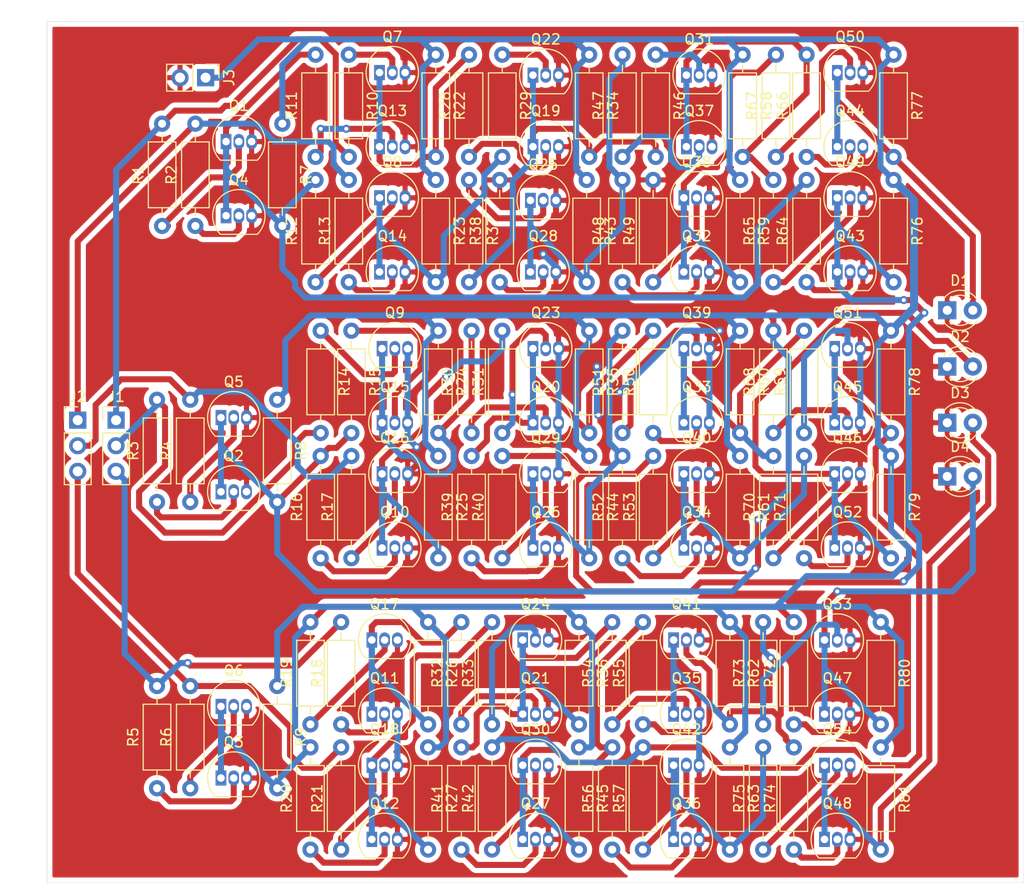
<source format=kicad_pcb>
(kicad_pcb (version 20171130) (host pcbnew 5.1.5-52549c5~84~ubuntu18.04.1)
  (layers (0 F.Cu signal) (31 B.Cu signal) (34 B.Paste user) (35 F.Paste user) (36 B.SilkS user) (37 F.SilkS user) (38 B.Mask user) (39 F.Mask user) (44 Edge.Cuts user))
  (net 0 "")
  (net 1 GND)
  (net 2 S1)
  (net 3 S2)
  (net 4 S3)
  (net 5 Cout3)
  (net 6 A1)
  (net 7 A2)
  (net 8 A3)
  (net 9 B3)
  (net 10 B2)
  (net 11 B1)
  (net 12 "Net-(Q1-Pad2)")
  (net 13 "Net-(Q1-Pad1)")
  (net 14 "Net-(Q2-Pad1)")
  (net 15 "Net-(Q2-Pad2)")
  (net 16 "Net-(Q3-Pad2)")
  (net 17 "Net-(Q3-Pad1)")
  (net 18 "Net-(Q4-Pad2)")
  (net 19 "Net-(Q5-Pad2)")
  (net 20 "Net-(Q6-Pad2)")
  (net 21 "Net-(Q13-Pad1)")
  (net 22 "Net-(Q7-Pad2)")
  (net 23 "Net-(Q14-Pad1)")
  (net 24 "Net-(Q8-Pad2)")
  (net 25 "Net-(Q15-Pad1)")
  (net 26 "Net-(Q9-Pad2)")
  (net 27 "Net-(Q10-Pad2)")
  (net 28 "Net-(Q10-Pad1)")
  (net 29 "Net-(Q11-Pad1)")
  (net 30 "Net-(Q11-Pad2)")
  (net 31 "Net-(Q12-Pad2)")
  (net 32 "Net-(Q12-Pad1)")
  (net 33 "Net-(Q13-Pad2)")
  (net 34 "Net-(Q14-Pad2)")
  (net 35 "Net-(Q15-Pad2)")
  (net 36 "Net-(Q16-Pad2)")
  (net 37 "Net-(Q17-Pad2)")
  (net 38 "Net-(Q18-Pad2)")
  (net 39 "Net-(Q19-Pad1)")
  (net 40 "Net-(Q19-Pad2)")
  (net 41 "Net-(Q20-Pad2)")
  (net 42 "Net-(Q20-Pad1)")
  (net 43 "Net-(Q21-Pad2)")
  (net 44 "Net-(Q21-Pad1)")
  (net 45 "Net-(Q22-Pad2)")
  (net 46 "Net-(Q23-Pad2)")
  (net 47 "Net-(Q24-Pad2)")
  (net 48 "Net-(Q25-Pad1)")
  (net 49 "Net-(Q25-Pad2)")
  (net 50 "Net-(Q26-Pad2)")
  (net 51 "Net-(Q26-Pad1)")
  (net 52 "Net-(Q27-Pad1)")
  (net 53 "Net-(Q27-Pad2)")
  (net 54 "Net-(Q28-Pad2)")
  (net 55 "Net-(Q29-Pad2)")
  (net 56 "Net-(Q30-Pad2)")
  (net 57 "Net-(Q31-Pad1)")
  (net 58 "Net-(Q31-Pad2)")
  (net 59 "Net-(Q32-Pad1)")
  (net 60 "Net-(Q32-Pad2)")
  (net 61 "Net-(Q33-Pad2)")
  (net 62 "Net-(Q33-Pad1)")
  (net 63 "Net-(Q34-Pad2)")
  (net 64 "Net-(Q34-Pad1)")
  (net 65 "Net-(Q35-Pad2)")
  (net 66 "Net-(Q35-Pad1)")
  (net 67 "Net-(Q36-Pad2)")
  (net 68 "Net-(Q36-Pad1)")
  (net 69 "Net-(Q37-Pad2)")
  (net 70 "Net-(Q38-Pad2)")
  (net 71 "Net-(Q39-Pad2)")
  (net 72 "Net-(Q40-Pad2)")
  (net 73 "Net-(Q41-Pad2)")
  (net 74 "Net-(Q42-Pad2)")
  (net 75 Cin2)
  (net 76 "Net-(Q43-Pad2)")
  (net 77 "Net-(Q44-Pad2)")
  (net 78 "Net-(Q45-Pad2)")
  (net 79 Cin3)
  (net 80 "Net-(Q46-Pad2)")
  (net 81 "Net-(Q47-Pad2)")
  (net 82 "Net-(Q48-Pad2)")
  (net 83 "Net-(Q49-Pad2)")
  (net 84 "Net-(Q50-Pad2)")
  (net 85 "Net-(Q51-Pad2)")
  (net 86 "Net-(Q52-Pad2)")
  (net 87 "Net-(Q53-Pad2)")
  (net 88 "Net-(Q54-Pad2)")
  (net 89 Vcc)
  (module Package_TO_SOT_THT:TO-92_Inline (layer F.Cu) (at 79.248 41.656)
    (fp_text reference Q32 (at 1.27 -3.56) (layer F.SilkS))
    (fp_text value BC547)
    (pad 1 thru_hole rect (at 0 0) (size 1.05 1.5) (drill 0.75) (layers *.Cu *.Mask) (net 59 "Net-(Q32-Pad1)"))
    (pad 3 thru_hole oval (at 2.54 0) (size 1.05 1.5) (drill 0.75) (layers *.Cu *.Mask) (net 1 GND))
    (pad 2 thru_hole oval (at 1.27 0) (size 1.05 1.5) (drill 0.75) (layers *.Cu *.Mask) (net 60 "Net-(Q32-Pad2)"))
  )
  (module Package_TO_SOT_THT:TO-92_Inline (layer F.Cu) (at 33.782 28.702)
    (fp_text reference Q1 (at 1.27 -3.56) (layer F.SilkS))
    (fp_text value BC547)
    (pad 2 thru_hole oval (at 1.27 0) (size 1.05 1.5) (drill 0.75) (layers *.Cu *.Mask) (net 12 "Net-(Q1-Pad2)"))
    (pad 3 thru_hole oval (at 2.54 0) (size 1.05 1.5) (drill 0.75) (layers *.Cu *.Mask) (net 1 GND))
    (pad 1 thru_hole rect (at 0 0) (size 1.05 1.5) (drill 0.75) (layers *.Cu *.Mask) (net 13 "Net-(Q1-Pad1)"))
  )
  (module LED_THT:LED_D3.0mm (layer F.Cu) (at 105.41 45.466)
    (fp_text reference D1 (at 1.27 -2.96) (layer F.SilkS))
    (fp_text value LED)
    (pad 1 thru_hole rect (at 0 0) (size 1.8 1.8) (drill 0.9) (layers *.Cu *.Mask) (net 1 GND))
    (pad 2 thru_hole circle (at 2.54 0) (size 1.8 1.8) (drill 0.9) (layers *.Cu *.Mask) (net 2 S1))
  )
  (module LED_THT:LED_D3.0mm (layer F.Cu) (at 105.41 51.054)
    (fp_text reference D2 (at 1.27 -2.96) (layer F.SilkS))
    (fp_text value LED)
    (pad 2 thru_hole circle (at 2.54 0) (size 1.8 1.8) (drill 0.9) (layers *.Cu *.Mask) (net 3 S2))
    (pad 1 thru_hole rect (at 0 0) (size 1.8 1.8) (drill 0.9) (layers *.Cu *.Mask) (net 1 GND))
  )
  (module LED_THT:LED_D3.0mm (layer F.Cu) (at 105.41 56.642)
    (fp_text reference D3 (at 1.27 -2.96) (layer F.SilkS))
    (fp_text value LED)
    (pad 1 thru_hole rect (at 0 0) (size 1.8 1.8) (drill 0.9) (layers *.Cu *.Mask) (net 1 GND))
    (pad 2 thru_hole circle (at 2.54 0) (size 1.8 1.8) (drill 0.9) (layers *.Cu *.Mask) (net 4 S3))
  )
  (module LED_THT:LED_D3.0mm (layer F.Cu) (at 105.41 61.976)
    (fp_text reference D4 (at 1.27 -2.96) (layer F.SilkS))
    (fp_text value LED)
    (pad 2 thru_hole circle (at 2.54 0) (size 1.8 1.8) (drill 0.9) (layers *.Cu *.Mask) (net 5 Cout3))
    (pad 1 thru_hole rect (at 0 0) (size 1.8 1.8) (drill 0.9) (layers *.Cu *.Mask) (net 1 GND))
  )
  (module Connector_PinHeader_2.54mm:PinHeader_1x03_P2.54mm_Vertical (layer F.Cu) (at 22.86 56.388)
    (fp_text reference J1 (at 0 -2.33) (layer F.SilkS))
    (fp_text value Conn_01x03_Female)
    (pad 1 thru_hole rect (at 0 0) (size 1.7 1.7) (drill 1) (layers *.Cu *.Mask) (net 6 A1))
    (pad 2 thru_hole oval (at 0 2.54) (size 1.7 1.7) (drill 1) (layers *.Cu *.Mask) (net 7 A2))
    (pad 3 thru_hole oval (at 0 5.08) (size 1.7 1.7) (drill 1) (layers *.Cu *.Mask) (net 8 A3))
  )
  (module Connector_PinHeader_2.54mm:PinHeader_1x03_P2.54mm_Vertical (layer F.Cu) (at 19.05 56.388)
    (fp_text reference J2 (at 0 -2.33) (layer F.SilkS))
    (fp_text value Conn_01x03_Female)
    (pad 3 thru_hole oval (at 0 5.08) (size 1.7 1.7) (drill 1) (layers *.Cu *.Mask) (net 9 B3))
    (pad 2 thru_hole oval (at 0 2.54) (size 1.7 1.7) (drill 1) (layers *.Cu *.Mask) (net 10 B2))
    (pad 1 thru_hole rect (at 0 0) (size 1.7 1.7) (drill 1) (layers *.Cu *.Mask) (net 11 B1))
  )
  (module Package_TO_SOT_THT:TO-92_Inline (layer F.Cu) (at 33.274 63.5)
    (fp_text reference Q2 (at 1.27 -3.56) (layer F.SilkS))
    (fp_text value BC547)
    (pad 1 thru_hole rect (at 0 0) (size 1.05 1.5) (drill 0.75) (layers *.Cu *.Mask) (net 14 "Net-(Q2-Pad1)"))
    (pad 3 thru_hole oval (at 2.54 0) (size 1.05 1.5) (drill 0.75) (layers *.Cu *.Mask) (net 1 GND))
    (pad 2 thru_hole oval (at 1.27 0) (size 1.05 1.5) (drill 0.75) (layers *.Cu *.Mask) (net 15 "Net-(Q2-Pad2)"))
  )
  (module Package_TO_SOT_THT:TO-92_Inline (layer F.Cu) (at 33.274 91.948)
    (fp_text reference Q3 (at 1.27 -3.56) (layer F.SilkS))
    (fp_text value BC547)
    (pad 2 thru_hole oval (at 1.27 0) (size 1.05 1.5) (drill 0.75) (layers *.Cu *.Mask) (net 16 "Net-(Q3-Pad2)"))
    (pad 3 thru_hole oval (at 2.54 0) (size 1.05 1.5) (drill 0.75) (layers *.Cu *.Mask) (net 1 GND))
    (pad 1 thru_hole rect (at 0 0) (size 1.05 1.5) (drill 0.75) (layers *.Cu *.Mask) (net 17 "Net-(Q3-Pad1)"))
  )
  (module Package_TO_SOT_THT:TO-92_Inline (layer F.Cu) (at 33.782 36.068)
    (fp_text reference Q4 (at 1.27 -3.56) (layer F.SilkS))
    (fp_text value BC547)
    (pad 1 thru_hole rect (at 0 0) (size 1.05 1.5) (drill 0.75) (layers *.Cu *.Mask) (net 13 "Net-(Q1-Pad1)"))
    (pad 3 thru_hole oval (at 2.54 0) (size 1.05 1.5) (drill 0.75) (layers *.Cu *.Mask) (net 1 GND))
    (pad 2 thru_hole oval (at 1.27 0) (size 1.05 1.5) (drill 0.75) (layers *.Cu *.Mask) (net 18 "Net-(Q4-Pad2)"))
  )
  (module Package_TO_SOT_THT:TO-92_Inline (layer F.Cu) (at 33.274 56.134)
    (fp_text reference Q5 (at 1.27 -3.56) (layer F.SilkS))
    (fp_text value BC547)
    (pad 2 thru_hole oval (at 1.27 0) (size 1.05 1.5) (drill 0.75) (layers *.Cu *.Mask) (net 19 "Net-(Q5-Pad2)"))
    (pad 3 thru_hole oval (at 2.54 0) (size 1.05 1.5) (drill 0.75) (layers *.Cu *.Mask) (net 1 GND))
    (pad 1 thru_hole rect (at 0 0) (size 1.05 1.5) (drill 0.75) (layers *.Cu *.Mask) (net 14 "Net-(Q2-Pad1)"))
  )
  (module Package_TO_SOT_THT:TO-92_Inline (layer F.Cu) (at 33.274 84.836)
    (fp_text reference Q6 (at 1.27 -3.56) (layer F.SilkS))
    (fp_text value BC547)
    (pad 1 thru_hole rect (at 0 0) (size 1.05 1.5) (drill 0.75) (layers *.Cu *.Mask) (net 17 "Net-(Q3-Pad1)"))
    (pad 3 thru_hole oval (at 2.54 0) (size 1.05 1.5) (drill 0.75) (layers *.Cu *.Mask) (net 1 GND))
    (pad 2 thru_hole oval (at 1.27 0) (size 1.05 1.5) (drill 0.75) (layers *.Cu *.Mask) (net 20 "Net-(Q6-Pad2)"))
  )
  (module Package_TO_SOT_THT:TO-92_Inline (layer F.Cu) (at 49.022 21.844)
    (fp_text reference Q7 (at 1.27 -3.56) (layer F.SilkS))
    (fp_text value BC547)
    (pad 1 thru_hole rect (at 0 0) (size 1.05 1.5) (drill 0.75) (layers *.Cu *.Mask) (net 21 "Net-(Q13-Pad1)"))
    (pad 3 thru_hole oval (at 2.54 0) (size 1.05 1.5) (drill 0.75) (layers *.Cu *.Mask) (net 1 GND))
    (pad 2 thru_hole oval (at 1.27 0) (size 1.05 1.5) (drill 0.75) (layers *.Cu *.Mask) (net 22 "Net-(Q7-Pad2)"))
  )
  (module Package_TO_SOT_THT:TO-92_Inline (layer F.Cu) (at 49.022 34.29)
    (fp_text reference Q8 (at 1.27 -3.56) (layer F.SilkS))
    (fp_text value BC547)
    (pad 1 thru_hole rect (at 0 0) (size 1.05 1.5) (drill 0.75) (layers *.Cu *.Mask) (net 23 "Net-(Q14-Pad1)"))
    (pad 3 thru_hole oval (at 2.54 0) (size 1.05 1.5) (drill 0.75) (layers *.Cu *.Mask) (net 1 GND))
    (pad 2 thru_hole oval (at 1.27 0) (size 1.05 1.5) (drill 0.75) (layers *.Cu *.Mask) (net 24 "Net-(Q8-Pad2)"))
  )
  (module Package_TO_SOT_THT:TO-92_Inline (layer F.Cu) (at 49.276 49.276)
    (fp_text reference Q9 (at 1.27 -3.56) (layer F.SilkS))
    (fp_text value BC547)
    (pad 1 thru_hole rect (at 0 0) (size 1.05 1.5) (drill 0.75) (layers *.Cu *.Mask) (net 25 "Net-(Q15-Pad1)"))
    (pad 3 thru_hole oval (at 2.54 0) (size 1.05 1.5) (drill 0.75) (layers *.Cu *.Mask) (net 1 GND))
    (pad 2 thru_hole oval (at 1.27 0) (size 1.05 1.5) (drill 0.75) (layers *.Cu *.Mask) (net 26 "Net-(Q9-Pad2)"))
  )
  (module Package_TO_SOT_THT:TO-92_Inline (layer F.Cu) (at 49.276 69.088)
    (fp_text reference Q10 (at 1.27 -3.56) (layer F.SilkS))
    (fp_text value BC547)
    (pad 2 thru_hole oval (at 1.27 0) (size 1.05 1.5) (drill 0.75) (layers *.Cu *.Mask) (net 27 "Net-(Q10-Pad2)"))
    (pad 3 thru_hole oval (at 2.54 0) (size 1.05 1.5) (drill 0.75) (layers *.Cu *.Mask) (net 1 GND))
    (pad 1 thru_hole rect (at 0 0) (size 1.05 1.5) (drill 0.75) (layers *.Cu *.Mask) (net 28 "Net-(Q10-Pad1)"))
  )
  (module Package_TO_SOT_THT:TO-92_Inline (layer F.Cu) (at 48.26 85.598)
    (fp_text reference Q11 (at 1.27 -3.56) (layer F.SilkS))
    (fp_text value BC547)
    (pad 1 thru_hole rect (at 0 0) (size 1.05 1.5) (drill 0.75) (layers *.Cu *.Mask) (net 29 "Net-(Q11-Pad1)"))
    (pad 3 thru_hole oval (at 2.54 0) (size 1.05 1.5) (drill 0.75) (layers *.Cu *.Mask) (net 1 GND))
    (pad 2 thru_hole oval (at 1.27 0) (size 1.05 1.5) (drill 0.75) (layers *.Cu *.Mask) (net 30 "Net-(Q11-Pad2)"))
  )
  (module Package_TO_SOT_THT:TO-92_Inline (layer F.Cu) (at 48.26 98.044)
    (fp_text reference Q12 (at 1.27 -3.56) (layer F.SilkS))
    (fp_text value BC547)
    (pad 2 thru_hole oval (at 1.27 0) (size 1.05 1.5) (drill 0.75) (layers *.Cu *.Mask) (net 31 "Net-(Q12-Pad2)"))
    (pad 3 thru_hole oval (at 2.54 0) (size 1.05 1.5) (drill 0.75) (layers *.Cu *.Mask) (net 1 GND))
    (pad 1 thru_hole rect (at 0 0) (size 1.05 1.5) (drill 0.75) (layers *.Cu *.Mask) (net 32 "Net-(Q12-Pad1)"))
  )
  (module Package_TO_SOT_THT:TO-92_Inline (layer F.Cu) (at 49.022 29.21)
    (fp_text reference Q13 (at 1.27 -3.56) (layer F.SilkS))
    (fp_text value BC547)
    (pad 2 thru_hole oval (at 1.27 0) (size 1.05 1.5) (drill 0.75) (layers *.Cu *.Mask) (net 33 "Net-(Q13-Pad2)"))
    (pad 3 thru_hole oval (at 2.54 0) (size 1.05 1.5) (drill 0.75) (layers *.Cu *.Mask) (net 1 GND))
    (pad 1 thru_hole rect (at 0 0) (size 1.05 1.5) (drill 0.75) (layers *.Cu *.Mask) (net 21 "Net-(Q13-Pad1)"))
  )
  (module Package_TO_SOT_THT:TO-92_Inline (layer F.Cu) (at 49.022 41.656)
    (fp_text reference Q14 (at 1.27 -3.56) (layer F.SilkS))
    (fp_text value BC547)
    (pad 2 thru_hole oval (at 1.27 0) (size 1.05 1.5) (drill 0.75) (layers *.Cu *.Mask) (net 34 "Net-(Q14-Pad2)"))
    (pad 3 thru_hole oval (at 2.54 0) (size 1.05 1.5) (drill 0.75) (layers *.Cu *.Mask) (net 1 GND))
    (pad 1 thru_hole rect (at 0 0) (size 1.05 1.5) (drill 0.75) (layers *.Cu *.Mask) (net 23 "Net-(Q14-Pad1)"))
  )
  (module Package_TO_SOT_THT:TO-92_Inline (layer F.Cu) (at 49.276 56.642)
    (fp_text reference Q15 (at 1.27 -3.56) (layer F.SilkS))
    (fp_text value BC547)
    (pad 1 thru_hole rect (at 0 0) (size 1.05 1.5) (drill 0.75) (layers *.Cu *.Mask) (net 25 "Net-(Q15-Pad1)"))
    (pad 3 thru_hole oval (at 2.54 0) (size 1.05 1.5) (drill 0.75) (layers *.Cu *.Mask) (net 1 GND))
    (pad 2 thru_hole oval (at 1.27 0) (size 1.05 1.5) (drill 0.75) (layers *.Cu *.Mask) (net 35 "Net-(Q15-Pad2)"))
  )
  (module Package_TO_SOT_THT:TO-92_Inline (layer F.Cu) (at 49.276 61.722)
    (fp_text reference Q16 (at 1.27 -3.56) (layer F.SilkS))
    (fp_text value BC547)
    (pad 1 thru_hole rect (at 0 0) (size 1.05 1.5) (drill 0.75) (layers *.Cu *.Mask) (net 28 "Net-(Q10-Pad1)"))
    (pad 3 thru_hole oval (at 2.54 0) (size 1.05 1.5) (drill 0.75) (layers *.Cu *.Mask) (net 1 GND))
    (pad 2 thru_hole oval (at 1.27 0) (size 1.05 1.5) (drill 0.75) (layers *.Cu *.Mask) (net 36 "Net-(Q16-Pad2)"))
  )
  (module Package_TO_SOT_THT:TO-92_Inline (layer F.Cu) (at 48.26 78.232)
    (fp_text reference Q17 (at 1.27 -3.56) (layer F.SilkS))
    (fp_text value BC547)
    (pad 2 thru_hole oval (at 1.27 0) (size 1.05 1.5) (drill 0.75) (layers *.Cu *.Mask) (net 37 "Net-(Q17-Pad2)"))
    (pad 3 thru_hole oval (at 2.54 0) (size 1.05 1.5) (drill 0.75) (layers *.Cu *.Mask) (net 1 GND))
    (pad 1 thru_hole rect (at 0 0) (size 1.05 1.5) (drill 0.75) (layers *.Cu *.Mask) (net 29 "Net-(Q11-Pad1)"))
  )
  (module Package_TO_SOT_THT:TO-92_Inline (layer F.Cu) (at 48.26 90.678)
    (fp_text reference Q18 (at 1.27 -3.56) (layer F.SilkS))
    (fp_text value BC547)
    (pad 1 thru_hole rect (at 0 0) (size 1.05 1.5) (drill 0.75) (layers *.Cu *.Mask) (net 32 "Net-(Q12-Pad1)"))
    (pad 3 thru_hole oval (at 2.54 0) (size 1.05 1.5) (drill 0.75) (layers *.Cu *.Mask) (net 1 GND))
    (pad 2 thru_hole oval (at 1.27 0) (size 1.05 1.5) (drill 0.75) (layers *.Cu *.Mask) (net 38 "Net-(Q18-Pad2)"))
  )
  (module Package_TO_SOT_THT:TO-92_Inline (layer F.Cu) (at 64.262 29.21)
    (fp_text reference Q19 (at 1.27 -3.56) (layer F.SilkS))
    (fp_text value BC547)
    (pad 1 thru_hole rect (at 0 0) (size 1.05 1.5) (drill 0.75) (layers *.Cu *.Mask) (net 39 "Net-(Q19-Pad1)"))
    (pad 3 thru_hole oval (at 2.54 0) (size 1.05 1.5) (drill 0.75) (layers *.Cu *.Mask) (net 1 GND))
    (pad 2 thru_hole oval (at 1.27 0) (size 1.05 1.5) (drill 0.75) (layers *.Cu *.Mask) (net 40 "Net-(Q19-Pad2)"))
  )
  (module Package_TO_SOT_THT:TO-92_Inline (layer F.Cu) (at 64.262 56.642)
    (fp_text reference Q20 (at 1.27 -3.56) (layer F.SilkS))
    (fp_text value BC547)
    (pad 2 thru_hole oval (at 1.27 0) (size 1.05 1.5) (drill 0.75) (layers *.Cu *.Mask) (net 41 "Net-(Q20-Pad2)"))
    (pad 3 thru_hole oval (at 2.54 0) (size 1.05 1.5) (drill 0.75) (layers *.Cu *.Mask) (net 1 GND))
    (pad 1 thru_hole rect (at 0 0) (size 1.05 1.5) (drill 0.75) (layers *.Cu *.Mask) (net 42 "Net-(Q20-Pad1)"))
  )
  (module Package_TO_SOT_THT:TO-92_Inline (layer F.Cu) (at 63.246 85.598)
    (fp_text reference Q21 (at 1.27 -3.56) (layer F.SilkS))
    (fp_text value BC547)
    (pad 2 thru_hole oval (at 1.27 0) (size 1.05 1.5) (drill 0.75) (layers *.Cu *.Mask) (net 43 "Net-(Q21-Pad2)"))
    (pad 3 thru_hole oval (at 2.54 0) (size 1.05 1.5) (drill 0.75) (layers *.Cu *.Mask) (net 1 GND))
    (pad 1 thru_hole rect (at 0 0) (size 1.05 1.5) (drill 0.75) (layers *.Cu *.Mask) (net 44 "Net-(Q21-Pad1)"))
  )
  (module Package_TO_SOT_THT:TO-92_Inline (layer F.Cu) (at 64.262 22.098)
    (fp_text reference Q22 (at 1.27 -3.56) (layer F.SilkS))
    (fp_text value BC547)
    (pad 2 thru_hole oval (at 1.27 0) (size 1.05 1.5) (drill 0.75) (layers *.Cu *.Mask) (net 45 "Net-(Q22-Pad2)"))
    (pad 3 thru_hole oval (at 2.54 0) (size 1.05 1.5) (drill 0.75) (layers *.Cu *.Mask) (net 1 GND))
    (pad 1 thru_hole rect (at 0 0) (size 1.05 1.5) (drill 0.75) (layers *.Cu *.Mask) (net 39 "Net-(Q19-Pad1)"))
  )
  (module Package_TO_SOT_THT:TO-92_Inline (layer F.Cu) (at 64.262 49.276)
    (fp_text reference Q23 (at 1.27 -3.56) (layer F.SilkS))
    (fp_text value BC547)
    (pad 1 thru_hole rect (at 0 0) (size 1.05 1.5) (drill 0.75) (layers *.Cu *.Mask) (net 42 "Net-(Q20-Pad1)"))
    (pad 3 thru_hole oval (at 2.54 0) (size 1.05 1.5) (drill 0.75) (layers *.Cu *.Mask) (net 1 GND))
    (pad 2 thru_hole oval (at 1.27 0) (size 1.05 1.5) (drill 0.75) (layers *.Cu *.Mask) (net 46 "Net-(Q23-Pad2)"))
  )
  (module Package_TO_SOT_THT:TO-92_Inline (layer F.Cu) (at 63.246 78.232)
    (fp_text reference Q24 (at 1.27 -3.56) (layer F.SilkS))
    (fp_text value BC547)
    (pad 1 thru_hole rect (at 0 0) (size 1.05 1.5) (drill 0.75) (layers *.Cu *.Mask) (net 44 "Net-(Q21-Pad1)"))
    (pad 3 thru_hole oval (at 2.54 0) (size 1.05 1.5) (drill 0.75) (layers *.Cu *.Mask) (net 1 GND))
    (pad 2 thru_hole oval (at 1.27 0) (size 1.05 1.5) (drill 0.75) (layers *.Cu *.Mask) (net 47 "Net-(Q24-Pad2)"))
  )
  (module Package_TO_SOT_THT:TO-92_Inline (layer F.Cu) (at 64.008 34.544)
    (fp_text reference Q25 (at 1.27 -3.56) (layer F.SilkS))
    (fp_text value BC547)
    (pad 1 thru_hole rect (at 0 0) (size 1.05 1.5) (drill 0.75) (layers *.Cu *.Mask) (net 48 "Net-(Q25-Pad1)"))
    (pad 3 thru_hole oval (at 2.54 0) (size 1.05 1.5) (drill 0.75) (layers *.Cu *.Mask) (net 1 GND))
    (pad 2 thru_hole oval (at 1.27 0) (size 1.05 1.5) (drill 0.75) (layers *.Cu *.Mask) (net 49 "Net-(Q25-Pad2)"))
  )
  (module Package_TO_SOT_THT:TO-92_Inline (layer F.Cu) (at 64.262 69.088)
    (fp_text reference Q26 (at 1.27 -3.56) (layer F.SilkS))
    (fp_text value BC547)
    (pad 2 thru_hole oval (at 1.27 0) (size 1.05 1.5) (drill 0.75) (layers *.Cu *.Mask) (net 50 "Net-(Q26-Pad2)"))
    (pad 3 thru_hole oval (at 2.54 0) (size 1.05 1.5) (drill 0.75) (layers *.Cu *.Mask) (net 1 GND))
    (pad 1 thru_hole rect (at 0 0) (size 1.05 1.5) (drill 0.75) (layers *.Cu *.Mask) (net 51 "Net-(Q26-Pad1)"))
  )
  (module Package_TO_SOT_THT:TO-92_Inline (layer F.Cu) (at 63.246 98.044)
    (fp_text reference Q27 (at 1.27 -3.56) (layer F.SilkS))
    (fp_text value BC547)
    (pad 1 thru_hole rect (at 0 0) (size 1.05 1.5) (drill 0.75) (layers *.Cu *.Mask) (net 52 "Net-(Q27-Pad1)"))
    (pad 3 thru_hole oval (at 2.54 0) (size 1.05 1.5) (drill 0.75) (layers *.Cu *.Mask) (net 1 GND))
    (pad 2 thru_hole oval (at 1.27 0) (size 1.05 1.5) (drill 0.75) (layers *.Cu *.Mask) (net 53 "Net-(Q27-Pad2)"))
  )
  (module Package_TO_SOT_THT:TO-92_Inline (layer F.Cu) (at 64.008 41.656)
    (fp_text reference Q28 (at 1.27 -3.56) (layer F.SilkS))
    (fp_text value BC547)
    (pad 2 thru_hole oval (at 1.27 0) (size 1.05 1.5) (drill 0.75) (layers *.Cu *.Mask) (net 54 "Net-(Q28-Pad2)"))
    (pad 3 thru_hole oval (at 2.54 0) (size 1.05 1.5) (drill 0.75) (layers *.Cu *.Mask) (net 1 GND))
    (pad 1 thru_hole rect (at 0 0) (size 1.05 1.5) (drill 0.75) (layers *.Cu *.Mask) (net 48 "Net-(Q25-Pad1)"))
  )
  (module Package_TO_SOT_THT:TO-92_Inline (layer F.Cu) (at 64.262 61.722)
    (fp_text reference Q29 (at 1.27 -3.56) (layer F.SilkS))
    (fp_text value BC547)
    (pad 1 thru_hole rect (at 0 0) (size 1.05 1.5) (drill 0.75) (layers *.Cu *.Mask) (net 51 "Net-(Q26-Pad1)"))
    (pad 3 thru_hole oval (at 2.54 0) (size 1.05 1.5) (drill 0.75) (layers *.Cu *.Mask) (net 1 GND))
    (pad 2 thru_hole oval (at 1.27 0) (size 1.05 1.5) (drill 0.75) (layers *.Cu *.Mask) (net 55 "Net-(Q29-Pad2)"))
  )
  (module Package_TO_SOT_THT:TO-92_Inline (layer F.Cu) (at 63.246 90.678)
    (fp_text reference Q30 (at 1.27 -3.56) (layer F.SilkS))
    (fp_text value BC547)
    (pad 1 thru_hole rect (at 0 0) (size 1.05 1.5) (drill 0.75) (layers *.Cu *.Mask) (net 52 "Net-(Q27-Pad1)"))
    (pad 3 thru_hole oval (at 2.54 0) (size 1.05 1.5) (drill 0.75) (layers *.Cu *.Mask) (net 1 GND))
    (pad 2 thru_hole oval (at 1.27 0) (size 1.05 1.5) (drill 0.75) (layers *.Cu *.Mask) (net 56 "Net-(Q30-Pad2)"))
  )
  (module Package_TO_SOT_THT:TO-92_Inline (layer F.Cu) (at 79.502 22.098)
    (fp_text reference Q31 (at 1.27 -3.56) (layer F.SilkS))
    (fp_text value BC547)
    (pad 1 thru_hole rect (at 0 0) (size 1.05 1.5) (drill 0.75) (layers *.Cu *.Mask) (net 57 "Net-(Q31-Pad1)"))
    (pad 3 thru_hole oval (at 2.54 0) (size 1.05 1.5) (drill 0.75) (layers *.Cu *.Mask) (net 1 GND))
    (pad 2 thru_hole oval (at 1.27 0) (size 1.05 1.5) (drill 0.75) (layers *.Cu *.Mask) (net 58 "Net-(Q31-Pad2)"))
  )
  (module Package_TO_SOT_THT:TO-92_Inline (layer F.Cu) (at 79.248 56.642)
    (fp_text reference Q33 (at 1.27 -3.56) (layer F.SilkS))
    (fp_text value BC547)
    (pad 2 thru_hole oval (at 1.27 0) (size 1.05 1.5) (drill 0.75) (layers *.Cu *.Mask) (net 61 "Net-(Q33-Pad2)"))
    (pad 3 thru_hole oval (at 2.54 0) (size 1.05 1.5) (drill 0.75) (layers *.Cu *.Mask) (net 1 GND))
    (pad 1 thru_hole rect (at 0 0) (size 1.05 1.5) (drill 0.75) (layers *.Cu *.Mask) (net 62 "Net-(Q33-Pad1)"))
  )
  (module Package_TO_SOT_THT:TO-92_Inline (layer F.Cu) (at 79.248 69.088)
    (fp_text reference Q34 (at 1.27 -3.56) (layer F.SilkS))
    (fp_text value BC547)
    (pad 2 thru_hole oval (at 1.27 0) (size 1.05 1.5) (drill 0.75) (layers *.Cu *.Mask) (net 63 "Net-(Q34-Pad2)"))
    (pad 3 thru_hole oval (at 2.54 0) (size 1.05 1.5) (drill 0.75) (layers *.Cu *.Mask) (net 1 GND))
    (pad 1 thru_hole rect (at 0 0) (size 1.05 1.5) (drill 0.75) (layers *.Cu *.Mask) (net 64 "Net-(Q34-Pad1)"))
  )
  (module Package_TO_SOT_THT:TO-92_Inline (layer F.Cu) (at 78.232 85.598)
    (fp_text reference Q35 (at 1.27 -3.56) (layer F.SilkS))
    (fp_text value BC547)
    (pad 2 thru_hole oval (at 1.27 0) (size 1.05 1.5) (drill 0.75) (layers *.Cu *.Mask) (net 65 "Net-(Q35-Pad2)"))
    (pad 3 thru_hole oval (at 2.54 0) (size 1.05 1.5) (drill 0.75) (layers *.Cu *.Mask) (net 1 GND))
    (pad 1 thru_hole rect (at 0 0) (size 1.05 1.5) (drill 0.75) (layers *.Cu *.Mask) (net 66 "Net-(Q35-Pad1)"))
  )
  (module Package_TO_SOT_THT:TO-92_Inline (layer F.Cu) (at 78.232 98.044)
    (fp_text reference Q36 (at 1.27 -3.56) (layer F.SilkS))
    (fp_text value BC547)
    (pad 2 thru_hole oval (at 1.27 0) (size 1.05 1.5) (drill 0.75) (layers *.Cu *.Mask) (net 67 "Net-(Q36-Pad2)"))
    (pad 3 thru_hole oval (at 2.54 0) (size 1.05 1.5) (drill 0.75) (layers *.Cu *.Mask) (net 1 GND))
    (pad 1 thru_hole rect (at 0 0) (size 1.05 1.5) (drill 0.75) (layers *.Cu *.Mask) (net 68 "Net-(Q36-Pad1)"))
  )
  (module Package_TO_SOT_THT:TO-92_Inline (layer F.Cu) (at 79.502 29.21)
    (fp_text reference Q37 (at 1.27 -3.56) (layer F.SilkS))
    (fp_text value BC547)
    (pad 2 thru_hole oval (at 1.27 0) (size 1.05 1.5) (drill 0.75) (layers *.Cu *.Mask) (net 69 "Net-(Q37-Pad2)"))
    (pad 3 thru_hole oval (at 2.54 0) (size 1.05 1.5) (drill 0.75) (layers *.Cu *.Mask) (net 1 GND))
    (pad 1 thru_hole rect (at 0 0) (size 1.05 1.5) (drill 0.75) (layers *.Cu *.Mask) (net 57 "Net-(Q31-Pad1)"))
  )
  (module Package_TO_SOT_THT:TO-92_Inline (layer F.Cu) (at 79.248 34.29)
    (fp_text reference Q38 (at 1.27 -3.56) (layer F.SilkS))
    (fp_text value BC547)
    (pad 2 thru_hole oval (at 1.27 0) (size 1.05 1.5) (drill 0.75) (layers *.Cu *.Mask) (net 70 "Net-(Q38-Pad2)"))
    (pad 3 thru_hole oval (at 2.54 0) (size 1.05 1.5) (drill 0.75) (layers *.Cu *.Mask) (net 1 GND))
    (pad 1 thru_hole rect (at 0 0) (size 1.05 1.5) (drill 0.75) (layers *.Cu *.Mask) (net 59 "Net-(Q32-Pad1)"))
  )
  (module Package_TO_SOT_THT:TO-92_Inline (layer F.Cu) (at 79.248 49.276)
    (fp_text reference Q39 (at 1.27 -3.56) (layer F.SilkS))
    (fp_text value BC547)
    (pad 1 thru_hole rect (at 0 0) (size 1.05 1.5) (drill 0.75) (layers *.Cu *.Mask) (net 62 "Net-(Q33-Pad1)"))
    (pad 3 thru_hole oval (at 2.54 0) (size 1.05 1.5) (drill 0.75) (layers *.Cu *.Mask) (net 1 GND))
    (pad 2 thru_hole oval (at 1.27 0) (size 1.05 1.5) (drill 0.75) (layers *.Cu *.Mask) (net 71 "Net-(Q39-Pad2)"))
  )
  (module Package_TO_SOT_THT:TO-92_Inline (layer F.Cu) (at 79.248 61.722)
    (fp_text reference Q40 (at 1.27 -3.56) (layer F.SilkS))
    (fp_text value BC547)
    (pad 1 thru_hole rect (at 0 0) (size 1.05 1.5) (drill 0.75) (layers *.Cu *.Mask) (net 64 "Net-(Q34-Pad1)"))
    (pad 3 thru_hole oval (at 2.54 0) (size 1.05 1.5) (drill 0.75) (layers *.Cu *.Mask) (net 1 GND))
    (pad 2 thru_hole oval (at 1.27 0) (size 1.05 1.5) (drill 0.75) (layers *.Cu *.Mask) (net 72 "Net-(Q40-Pad2)"))
  )
  (module Package_TO_SOT_THT:TO-92_Inline (layer F.Cu) (at 78.232 78.232)
    (fp_text reference Q41 (at 1.27 -3.56) (layer F.SilkS))
    (fp_text value BC547)
    (pad 2 thru_hole oval (at 1.27 0) (size 1.05 1.5) (drill 0.75) (layers *.Cu *.Mask) (net 73 "Net-(Q41-Pad2)"))
    (pad 3 thru_hole oval (at 2.54 0) (size 1.05 1.5) (drill 0.75) (layers *.Cu *.Mask) (net 1 GND))
    (pad 1 thru_hole rect (at 0 0) (size 1.05 1.5) (drill 0.75) (layers *.Cu *.Mask) (net 66 "Net-(Q35-Pad1)"))
  )
  (module Package_TO_SOT_THT:TO-92_Inline (layer F.Cu) (at 78.232 90.678)
    (fp_text reference Q42 (at 1.27 -3.56) (layer F.SilkS))
    (fp_text value BC547)
    (pad 1 thru_hole rect (at 0 0) (size 1.05 1.5) (drill 0.75) (layers *.Cu *.Mask) (net 68 "Net-(Q36-Pad1)"))
    (pad 3 thru_hole oval (at 2.54 0) (size 1.05 1.5) (drill 0.75) (layers *.Cu *.Mask) (net 1 GND))
    (pad 2 thru_hole oval (at 1.27 0) (size 1.05 1.5) (drill 0.75) (layers *.Cu *.Mask) (net 74 "Net-(Q42-Pad2)"))
  )
  (module Package_TO_SOT_THT:TO-92_Inline (layer F.Cu) (at 94.488 41.656)
    (fp_text reference Q43 (at 1.27 -3.56) (layer F.SilkS))
    (fp_text value BC547)
    (pad 1 thru_hole rect (at 0 0) (size 1.05 1.5) (drill 0.75) (layers *.Cu *.Mask) (net 75 Cin2))
    (pad 3 thru_hole oval (at 2.54 0) (size 1.05 1.5) (drill 0.75) (layers *.Cu *.Mask) (net 1 GND))
    (pad 2 thru_hole oval (at 1.27 0) (size 1.05 1.5) (drill 0.75) (layers *.Cu *.Mask) (net 76 "Net-(Q43-Pad2)"))
  )
  (module Package_TO_SOT_THT:TO-92_Inline (layer F.Cu) (at 94.488 29.21)
    (fp_text reference Q44 (at 1.27 -3.56) (layer F.SilkS))
    (fp_text value BC547)
    (pad 1 thru_hole rect (at 0 0) (size 1.05 1.5) (drill 0.75) (layers *.Cu *.Mask) (net 2 S1))
    (pad 3 thru_hole oval (at 2.54 0) (size 1.05 1.5) (drill 0.75) (layers *.Cu *.Mask) (net 1 GND))
    (pad 2 thru_hole oval (at 1.27 0) (size 1.05 1.5) (drill 0.75) (layers *.Cu *.Mask) (net 77 "Net-(Q44-Pad2)"))
  )
  (module Package_TO_SOT_THT:TO-92_Inline (layer F.Cu) (at 94.234 56.642)
    (fp_text reference Q45 (at 1.27 -3.56) (layer F.SilkS))
    (fp_text value BC547)
    (pad 2 thru_hole oval (at 1.27 0) (size 1.05 1.5) (drill 0.75) (layers *.Cu *.Mask) (net 78 "Net-(Q45-Pad2)"))
    (pad 3 thru_hole oval (at 2.54 0) (size 1.05 1.5) (drill 0.75) (layers *.Cu *.Mask) (net 1 GND))
    (pad 1 thru_hole rect (at 0 0) (size 1.05 1.5) (drill 0.75) (layers *.Cu *.Mask) (net 79 Cin3))
  )
  (module Package_TO_SOT_THT:TO-92_Inline (layer F.Cu) (at 94.234 61.722)
    (fp_text reference Q46 (at 1.27 -3.56) (layer F.SilkS))
    (fp_text value BC547)
    (pad 2 thru_hole oval (at 1.27 0) (size 1.05 1.5) (drill 0.75) (layers *.Cu *.Mask) (net 80 "Net-(Q46-Pad2)"))
    (pad 3 thru_hole oval (at 2.54 0) (size 1.05 1.5) (drill 0.75) (layers *.Cu *.Mask) (net 1 GND))
    (pad 1 thru_hole rect (at 0 0) (size 1.05 1.5) (drill 0.75) (layers *.Cu *.Mask) (net 3 S2))
  )
  (module Package_TO_SOT_THT:TO-92_Inline (layer F.Cu) (at 93.218 85.598)
    (fp_text reference Q47 (at 1.27 -3.56) (layer F.SilkS))
    (fp_text value BC547)
    (pad 1 thru_hole rect (at 0 0) (size 1.05 1.5) (drill 0.75) (layers *.Cu *.Mask) (net 5 Cout3))
    (pad 3 thru_hole oval (at 2.54 0) (size 1.05 1.5) (drill 0.75) (layers *.Cu *.Mask) (net 1 GND))
    (pad 2 thru_hole oval (at 1.27 0) (size 1.05 1.5) (drill 0.75) (layers *.Cu *.Mask) (net 81 "Net-(Q47-Pad2)"))
  )
  (module Package_TO_SOT_THT:TO-92_Inline (layer F.Cu) (at 93.218 98.044)
    (fp_text reference Q48 (at 1.27 -3.56) (layer F.SilkS))
    (fp_text value BC547)
    (pad 2 thru_hole oval (at 1.27 0) (size 1.05 1.5) (drill 0.75) (layers *.Cu *.Mask) (net 82 "Net-(Q48-Pad2)"))
    (pad 3 thru_hole oval (at 2.54 0) (size 1.05 1.5) (drill 0.75) (layers *.Cu *.Mask) (net 1 GND))
    (pad 1 thru_hole rect (at 0 0) (size 1.05 1.5) (drill 0.75) (layers *.Cu *.Mask) (net 4 S3))
  )
  (module Package_TO_SOT_THT:TO-92_Inline (layer F.Cu) (at 94.488 34.29)
    (fp_text reference Q49 (at 1.27 -3.56) (layer F.SilkS))
    (fp_text value BC547)
    (pad 2 thru_hole oval (at 1.27 0) (size 1.05 1.5) (drill 0.75) (layers *.Cu *.Mask) (net 83 "Net-(Q49-Pad2)"))
    (pad 3 thru_hole oval (at 2.54 0) (size 1.05 1.5) (drill 0.75) (layers *.Cu *.Mask) (net 1 GND))
    (pad 1 thru_hole rect (at 0 0) (size 1.05 1.5) (drill 0.75) (layers *.Cu *.Mask) (net 75 Cin2))
  )
  (module Package_TO_SOT_THT:TO-92_Inline (layer F.Cu) (at 94.488 21.844)
    (fp_text reference Q50 (at 1.27 -3.56) (layer F.SilkS))
    (fp_text value BC547)
    (pad 2 thru_hole oval (at 1.27 0) (size 1.05 1.5) (drill 0.75) (layers *.Cu *.Mask) (net 84 "Net-(Q50-Pad2)"))
    (pad 3 thru_hole oval (at 2.54 0) (size 1.05 1.5) (drill 0.75) (layers *.Cu *.Mask) (net 1 GND))
    (pad 1 thru_hole rect (at 0 0) (size 1.05 1.5) (drill 0.75) (layers *.Cu *.Mask) (net 2 S1))
  )
  (module Package_TO_SOT_THT:TO-92_Inline (layer F.Cu) (at 94.234 49.276)
    (fp_text reference Q51 (at 1.27 -3.56) (layer F.SilkS))
    (fp_text value BC547)
    (pad 1 thru_hole rect (at 0 0) (size 1.05 1.5) (drill 0.75) (layers *.Cu *.Mask) (net 79 Cin3))
    (pad 3 thru_hole oval (at 2.54 0) (size 1.05 1.5) (drill 0.75) (layers *.Cu *.Mask) (net 1 GND))
    (pad 2 thru_hole oval (at 1.27 0) (size 1.05 1.5) (drill 0.75) (layers *.Cu *.Mask) (net 85 "Net-(Q51-Pad2)"))
  )
  (module Package_TO_SOT_THT:TO-92_Inline (layer F.Cu) (at 94.234 69.088)
    (fp_text reference Q52 (at 1.27 -3.56) (layer F.SilkS))
    (fp_text value BC547)
    (pad 1 thru_hole rect (at 0 0) (size 1.05 1.5) (drill 0.75) (layers *.Cu *.Mask) (net 3 S2))
    (pad 3 thru_hole oval (at 2.54 0) (size 1.05 1.5) (drill 0.75) (layers *.Cu *.Mask) (net 1 GND))
    (pad 2 thru_hole oval (at 1.27 0) (size 1.05 1.5) (drill 0.75) (layers *.Cu *.Mask) (net 86 "Net-(Q52-Pad2)"))
  )
  (module Package_TO_SOT_THT:TO-92_Inline (layer F.Cu) (at 93.218 78.232)
    (fp_text reference Q53 (at 1.27 -3.56) (layer F.SilkS))
    (fp_text value BC547)
    (pad 2 thru_hole oval (at 1.27 0) (size 1.05 1.5) (drill 0.75) (layers *.Cu *.Mask) (net 87 "Net-(Q53-Pad2)"))
    (pad 3 thru_hole oval (at 2.54 0) (size 1.05 1.5) (drill 0.75) (layers *.Cu *.Mask) (net 1 GND))
    (pad 1 thru_hole rect (at 0 0) (size 1.05 1.5) (drill 0.75) (layers *.Cu *.Mask) (net 5 Cout3))
  )
  (module Package_TO_SOT_THT:TO-92_Inline (layer F.Cu) (at 93.218 90.678)
    (fp_text reference Q54 (at 1.27 -3.56) (layer F.SilkS))
    (fp_text value BC547)
    (pad 2 thru_hole oval (at 1.27 0) (size 1.05 1.5) (drill 0.75) (layers *.Cu *.Mask) (net 88 "Net-(Q54-Pad2)"))
    (pad 3 thru_hole oval (at 2.54 0) (size 1.05 1.5) (drill 0.75) (layers *.Cu *.Mask) (net 1 GND))
    (pad 1 thru_hole rect (at 0 0) (size 1.05 1.5) (drill 0.75) (layers *.Cu *.Mask) (net 4 S3))
  )
  (module Resistor_THT:R_Axial_DIN0207_L6.3mm_D2.5mm_P10.16mm_Horizontal (layer F.Cu) (at 27.432 37.084 90)
    (fp_text reference R1 (at 5.08 -2.37 90) (layer F.SilkS))
    (fp_text value 10K)
    (pad 2 thru_hole oval (at 10.16 0 90) (size 1.6 1.6) (drill 0.8) (layers *.Cu *.Mask) (net 6 A1))
    (pad 1 thru_hole circle (at 0 0 90) (size 1.6 1.6) (drill 0.8) (layers *.Cu *.Mask) (net 12 "Net-(Q1-Pad2)"))
  )
  (module Resistor_THT:R_Axial_DIN0207_L6.3mm_D2.5mm_P10.16mm_Horizontal (layer F.Cu) (at 30.734 37.084 90)
    (fp_text reference R2 (at 5.08 -2.37 90) (layer F.SilkS))
    (fp_text value 10K)
    (pad 1 thru_hole circle (at 0 0 90) (size 1.6 1.6) (drill 0.8) (layers *.Cu *.Mask) (net 18 "Net-(Q4-Pad2)"))
    (pad 2 thru_hole oval (at 10.16 0 90) (size 1.6 1.6) (drill 0.8) (layers *.Cu *.Mask) (net 11 B1))
  )
  (module Resistor_THT:R_Axial_DIN0207_L6.3mm_D2.5mm_P10.16mm_Horizontal (layer F.Cu) (at 26.924 64.516 90)
    (fp_text reference R3 (at 5.08 -2.37 90) (layer F.SilkS))
    (fp_text value 10K)
    (pad 2 thru_hole oval (at 10.16 0 90) (size 1.6 1.6) (drill 0.8) (layers *.Cu *.Mask) (net 7 A2))
    (pad 1 thru_hole circle (at 0 0 90) (size 1.6 1.6) (drill 0.8) (layers *.Cu *.Mask) (net 15 "Net-(Q2-Pad2)"))
  )
  (module Resistor_THT:R_Axial_DIN0207_L6.3mm_D2.5mm_P10.16mm_Horizontal (layer F.Cu) (at 30.226 64.516 90)
    (fp_text reference R4 (at 5.08 -2.37 90) (layer F.SilkS))
    (fp_text value 10K)
    (pad 1 thru_hole circle (at 0 0 90) (size 1.6 1.6) (drill 0.8) (layers *.Cu *.Mask) (net 19 "Net-(Q5-Pad2)"))
    (pad 2 thru_hole oval (at 10.16 0 90) (size 1.6 1.6) (drill 0.8) (layers *.Cu *.Mask) (net 10 B2))
  )
  (module Resistor_THT:R_Axial_DIN0207_L6.3mm_D2.5mm_P10.16mm_Horizontal (layer F.Cu) (at 26.924 92.964 90)
    (fp_text reference R5 (at 5.08 -2.37 90) (layer F.SilkS))
    (fp_text value 10K)
    (pad 2 thru_hole oval (at 10.16 0 90) (size 1.6 1.6) (drill 0.8) (layers *.Cu *.Mask) (net 8 A3))
    (pad 1 thru_hole circle (at 0 0 90) (size 1.6 1.6) (drill 0.8) (layers *.Cu *.Mask) (net 16 "Net-(Q3-Pad2)"))
  )
  (module Resistor_THT:R_Axial_DIN0207_L6.3mm_D2.5mm_P10.16mm_Horizontal (layer F.Cu) (at 30.226 92.964 90)
    (fp_text reference R6 (at 5.08 -2.37 90) (layer F.SilkS))
    (fp_text value 10K)
    (pad 1 thru_hole circle (at 0 0 90) (size 1.6 1.6) (drill 0.8) (layers *.Cu *.Mask) (net 20 "Net-(Q6-Pad2)"))
    (pad 2 thru_hole oval (at 10.16 0 90) (size 1.6 1.6) (drill 0.8) (layers *.Cu *.Mask) (net 9 B3))
  )
  (module Resistor_THT:R_Axial_DIN0207_L6.3mm_D2.5mm_P10.16mm_Horizontal (layer F.Cu) (at 39.37 26.924 270)
    (fp_text reference R7 (at 5.08 -2.37 90) (layer F.SilkS))
    (fp_text value 1K)
    (pad 1 thru_hole circle (at 0 0 270) (size 1.6 1.6) (drill 0.8) (layers *.Cu *.Mask) (net 89 Vcc))
    (pad 2 thru_hole oval (at 10.16 0 270) (size 1.6 1.6) (drill 0.8) (layers *.Cu *.Mask) (net 13 "Net-(Q1-Pad1)"))
  )
  (module Resistor_THT:R_Axial_DIN0207_L6.3mm_D2.5mm_P10.16mm_Horizontal (layer F.Cu) (at 38.862 54.356 270)
    (fp_text reference R8 (at 5.08 -2.37 90) (layer F.SilkS))
    (fp_text value 1K)
    (pad 2 thru_hole oval (at 10.16 0 270) (size 1.6 1.6) (drill 0.8) (layers *.Cu *.Mask) (net 14 "Net-(Q2-Pad1)"))
    (pad 1 thru_hole circle (at 0 0 270) (size 1.6 1.6) (drill 0.8) (layers *.Cu *.Mask) (net 89 Vcc))
  )
  (module Resistor_THT:R_Axial_DIN0207_L6.3mm_D2.5mm_P10.16mm_Horizontal (layer F.Cu) (at 38.862 82.804 270)
    (fp_text reference R9 (at 5.08 -2.37 90) (layer F.SilkS))
    (fp_text value 1K)
    (pad 1 thru_hole circle (at 0 0 270) (size 1.6 1.6) (drill 0.8) (layers *.Cu *.Mask) (net 89 Vcc))
    (pad 2 thru_hole oval (at 10.16 0 270) (size 1.6 1.6) (drill 0.8) (layers *.Cu *.Mask) (net 17 "Net-(Q3-Pad1)"))
  )
  (module Resistor_THT:R_Axial_DIN0207_L6.3mm_D2.5mm_P10.16mm_Horizontal (layer F.Cu) (at 45.974 20.066 270)
    (fp_text reference R10 (at 5.08 -2.37 90) (layer F.SilkS))
    (fp_text value 10K)
    (pad 1 thru_hole circle (at 0 0 270) (size 1.6 1.6) (drill 0.8) (layers *.Cu *.Mask) (net 22 "Net-(Q7-Pad2)"))
    (pad 2 thru_hole oval (at 10.16 0 270) (size 1.6 1.6) (drill 0.8) (layers *.Cu *.Mask) (net 6 A1))
  )
  (module Resistor_THT:R_Axial_DIN0207_L6.3mm_D2.5mm_P10.16mm_Horizontal (layer F.Cu) (at 42.672 30.226 90)
    (fp_text reference R11 (at 5.08 -2.37 90) (layer F.SilkS))
    (fp_text value 10K)
    (pad 2 thru_hole oval (at 10.16 0 90) (size 1.6 1.6) (drill 0.8) (layers *.Cu *.Mask) (net 13 "Net-(Q1-Pad1)"))
    (pad 1 thru_hole circle (at 0 0 90) (size 1.6 1.6) (drill 0.8) (layers *.Cu *.Mask) (net 33 "Net-(Q13-Pad2)"))
  )
  (module Resistor_THT:R_Axial_DIN0207_L6.3mm_D2.5mm_P10.16mm_Horizontal (layer F.Cu) (at 42.672 42.672 90)
    (fp_text reference R12 (at 5.08 -2.37 90) (layer F.SilkS))
    (fp_text value 10K)
    (pad 1 thru_hole circle (at 0 0 90) (size 1.6 1.6) (drill 0.8) (layers *.Cu *.Mask) (net 24 "Net-(Q8-Pad2)"))
    (pad 2 thru_hole oval (at 10.16 0 90) (size 1.6 1.6) (drill 0.8) (layers *.Cu *.Mask) (net 13 "Net-(Q1-Pad1)"))
  )
  (module Resistor_THT:R_Axial_DIN0207_L6.3mm_D2.5mm_P10.16mm_Horizontal (layer F.Cu) (at 45.974 42.672 90)
    (fp_text reference R13 (at 5.08 -2.37 90) (layer F.SilkS))
    (fp_text value 10K)
    (pad 1 thru_hole circle (at 0 0 90) (size 1.6 1.6) (drill 0.8) (layers *.Cu *.Mask) (net 34 "Net-(Q14-Pad2)"))
    (pad 2 thru_hole oval (at 10.16 0 90) (size 1.6 1.6) (drill 0.8) (layers *.Cu *.Mask) (net 11 B1))
  )
  (module Resistor_THT:R_Axial_DIN0207_L6.3mm_D2.5mm_P10.16mm_Horizontal (layer F.Cu) (at 43.18 47.498 270)
    (fp_text reference R14 (at 5.08 -2.37 90) (layer F.SilkS))
    (fp_text value 10K)
    (pad 2 thru_hole oval (at 10.16 0 270) (size 1.6 1.6) (drill 0.8) (layers *.Cu *.Mask) (net 7 A2))
    (pad 1 thru_hole circle (at 0 0 270) (size 1.6 1.6) (drill 0.8) (layers *.Cu *.Mask) (net 26 "Net-(Q9-Pad2)"))
  )
  (module Resistor_THT:R_Axial_DIN0207_L6.3mm_D2.5mm_P10.16mm_Horizontal (layer F.Cu) (at 46.228 47.498 270)
    (fp_text reference R15 (at 5.08 -2.37 90) (layer F.SilkS))
    (fp_text value 10K)
    (pad 1 thru_hole circle (at 0 0 270) (size 1.6 1.6) (drill 0.8) (layers *.Cu *.Mask) (net 35 "Net-(Q15-Pad2)"))
    (pad 2 thru_hole oval (at 10.16 0 270) (size 1.6 1.6) (drill 0.8) (layers *.Cu *.Mask) (net 14 "Net-(Q2-Pad1)"))
  )
  (module Resistor_THT:R_Axial_DIN0207_L6.3mm_D2.5mm_P10.16mm_Horizontal (layer F.Cu) (at 43.18 70.104 90)
    (fp_text reference R16 (at 5.08 -2.37 90) (layer F.SilkS))
    (fp_text value 10K)
    (pad 1 thru_hole circle (at 0 0 90) (size 1.6 1.6) (drill 0.8) (layers *.Cu *.Mask) (net 27 "Net-(Q10-Pad2)"))
    (pad 2 thru_hole oval (at 10.16 0 90) (size 1.6 1.6) (drill 0.8) (layers *.Cu *.Mask) (net 14 "Net-(Q2-Pad1)"))
  )
  (module Resistor_THT:R_Axial_DIN0207_L6.3mm_D2.5mm_P10.16mm_Horizontal (layer F.Cu) (at 46.228 70.104 90)
    (fp_text reference R17 (at 5.08 -2.37 90) (layer F.SilkS))
    (fp_text value 10K)
    (pad 2 thru_hole oval (at 10.16 0 90) (size 1.6 1.6) (drill 0.8) (layers *.Cu *.Mask) (net 10 B2))
    (pad 1 thru_hole circle (at 0 0 90) (size 1.6 1.6) (drill 0.8) (layers *.Cu *.Mask) (net 36 "Net-(Q16-Pad2)"))
  )
  (module Resistor_THT:R_Axial_DIN0207_L6.3mm_D2.5mm_P10.16mm_Horizontal (layer F.Cu) (at 45.212 86.614 90)
    (fp_text reference R18 (at 5.08 -2.37 90) (layer F.SilkS))
    (fp_text value 10K)
    (pad 2 thru_hole oval (at 10.16 0 90) (size 1.6 1.6) (drill 0.8) (layers *.Cu *.Mask) (net 8 A3))
    (pad 1 thru_hole circle (at 0 0 90) (size 1.6 1.6) (drill 0.8) (layers *.Cu *.Mask) (net 30 "Net-(Q11-Pad2)"))
  )
  (module Resistor_THT:R_Axial_DIN0207_L6.3mm_D2.5mm_P10.16mm_Horizontal (layer F.Cu) (at 42.164 86.614 90)
    (fp_text reference R19 (at 5.08 -2.37 90) (layer F.SilkS))
    (fp_text value 10K)
    (pad 1 thru_hole circle (at 0 0 90) (size 1.6 1.6) (drill 0.8) (layers *.Cu *.Mask) (net 37 "Net-(Q17-Pad2)"))
    (pad 2 thru_hole oval (at 10.16 0 90) (size 1.6 1.6) (drill 0.8) (layers *.Cu *.Mask) (net 17 "Net-(Q3-Pad1)"))
  )
  (module Resistor_THT:R_Axial_DIN0207_L6.3mm_D2.5mm_P10.16mm_Horizontal (layer F.Cu) (at 42.164 99.06 90)
    (fp_text reference R20 (at 5.08 -2.37 90) (layer F.SilkS))
    (fp_text value 10K)
    (pad 1 thru_hole circle (at 0 0 90) (size 1.6 1.6) (drill 0.8) (layers *.Cu *.Mask) (net 31 "Net-(Q12-Pad2)"))
    (pad 2 thru_hole oval (at 10.16 0 90) (size 1.6 1.6) (drill 0.8) (layers *.Cu *.Mask) (net 17 "Net-(Q3-Pad1)"))
  )
  (module Resistor_THT:R_Axial_DIN0207_L6.3mm_D2.5mm_P10.16mm_Horizontal (layer F.Cu) (at 45.212 99.06 90)
    (fp_text reference R21 (at 5.08 -2.37 90) (layer F.SilkS))
    (fp_text value 10K)
    (pad 1 thru_hole circle (at 0 0 90) (size 1.6 1.6) (drill 0.8) (layers *.Cu *.Mask) (net 38 "Net-(Q18-Pad2)"))
    (pad 2 thru_hole oval (at 10.16 0 90) (size 1.6 1.6) (drill 0.8) (layers *.Cu *.Mask) (net 9 B3))
  )
  (module Resistor_THT:R_Axial_DIN0207_L6.3mm_D2.5mm_P10.16mm_Horizontal (layer F.Cu) (at 54.61 20.066 270)
    (fp_text reference R22 (at 5.08 -2.37 90) (layer F.SilkS))
    (fp_text value 1K)
    (pad 2 thru_hole oval (at 10.16 0 270) (size 1.6 1.6) (drill 0.8) (layers *.Cu *.Mask) (net 21 "Net-(Q13-Pad1)"))
    (pad 1 thru_hole circle (at 0 0 270) (size 1.6 1.6) (drill 0.8) (layers *.Cu *.Mask) (net 89 Vcc))
  )
  (module Resistor_THT:R_Axial_DIN0207_L6.3mm_D2.5mm_P10.16mm_Horizontal (layer F.Cu) (at 54.61 32.512 270)
    (fp_text reference R23 (at 5.08 -2.37 90) (layer F.SilkS))
    (fp_text value 1K)
    (pad 1 thru_hole circle (at 0 0 270) (size 1.6 1.6) (drill 0.8) (layers *.Cu *.Mask) (net 89 Vcc))
    (pad 2 thru_hole oval (at 10.16 0 270) (size 1.6 1.6) (drill 0.8) (layers *.Cu *.Mask) (net 23 "Net-(Q14-Pad1)"))
  )
  (module Resistor_THT:R_Axial_DIN0207_L6.3mm_D2.5mm_P10.16mm_Horizontal (layer F.Cu) (at 54.864 47.498 270)
    (fp_text reference R24 (at 5.08 -2.37 90) (layer F.SilkS))
    (fp_text value 1K)
    (pad 1 thru_hole circle (at 0 0 270) (size 1.6 1.6) (drill 0.8) (layers *.Cu *.Mask) (net 89 Vcc))
    (pad 2 thru_hole oval (at 10.16 0 270) (size 1.6 1.6) (drill 0.8) (layers *.Cu *.Mask) (net 25 "Net-(Q15-Pad1)"))
  )
  (module Resistor_THT:R_Axial_DIN0207_L6.3mm_D2.5mm_P10.16mm_Horizontal (layer F.Cu) (at 54.864 59.944 270)
    (fp_text reference R25 (at 5.08 -2.37 90) (layer F.SilkS))
    (fp_text value 1K)
    (pad 1 thru_hole circle (at 0 0 270) (size 1.6 1.6) (drill 0.8) (layers *.Cu *.Mask) (net 89 Vcc))
    (pad 2 thru_hole oval (at 10.16 0 270) (size 1.6 1.6) (drill 0.8) (layers *.Cu *.Mask) (net 28 "Net-(Q10-Pad1)"))
  )
  (module Resistor_THT:R_Axial_DIN0207_L6.3mm_D2.5mm_P10.16mm_Horizontal (layer F.Cu) (at 53.848 76.454 270)
    (fp_text reference R26 (at 5.08 -2.37 90) (layer F.SilkS))
    (fp_text value 1K)
    (pad 2 thru_hole oval (at 10.16 0 270) (size 1.6 1.6) (drill 0.8) (layers *.Cu *.Mask) (net 29 "Net-(Q11-Pad1)"))
    (pad 1 thru_hole circle (at 0 0 270) (size 1.6 1.6) (drill 0.8) (layers *.Cu *.Mask) (net 89 Vcc))
  )
  (module Resistor_THT:R_Axial_DIN0207_L6.3mm_D2.5mm_P10.16mm_Horizontal (layer F.Cu) (at 53.848 88.9 270)
    (fp_text reference R27 (at 5.08 -2.37 90) (layer F.SilkS))
    (fp_text value 1K)
    (pad 2 thru_hole oval (at 10.16 0 270) (size 1.6 1.6) (drill 0.8) (layers *.Cu *.Mask) (net 32 "Net-(Q12-Pad1)"))
    (pad 1 thru_hole circle (at 0 0 270) (size 1.6 1.6) (drill 0.8) (layers *.Cu *.Mask) (net 89 Vcc))
  )
  (module Resistor_THT:R_Axial_DIN0207_L6.3mm_D2.5mm_P10.16mm_Horizontal (layer F.Cu) (at 57.912 30.226 90)
    (fp_text reference R28 (at 5.08 -2.37 90) (layer F.SilkS))
    (fp_text value 10K)
    (pad 1 thru_hole circle (at 0 0 90) (size 1.6 1.6) (drill 0.8) (layers *.Cu *.Mask) (net 40 "Net-(Q19-Pad2)"))
    (pad 2 thru_hole oval (at 10.16 0 90) (size 1.6 1.6) (drill 0.8) (layers *.Cu *.Mask) (net 21 "Net-(Q13-Pad1)"))
  )
  (module Resistor_THT:R_Axial_DIN0207_L6.3mm_D2.5mm_P10.16mm_Horizontal (layer F.Cu) (at 61.214 20.066 270)
    (fp_text reference R29 (at 5.08 -2.37 90) (layer F.SilkS))
    (fp_text value 10K)
    (pad 2 thru_hole oval (at 10.16 0 270) (size 1.6 1.6) (drill 0.8) (layers *.Cu *.Mask) (net 23 "Net-(Q14-Pad1)"))
    (pad 1 thru_hole circle (at 0 0 270) (size 1.6 1.6) (drill 0.8) (layers *.Cu *.Mask) (net 45 "Net-(Q22-Pad2)"))
  )
  (module Resistor_THT:R_Axial_DIN0207_L6.3mm_D2.5mm_P10.16mm_Horizontal (layer F.Cu) (at 58.166 57.658 90)
    (fp_text reference R30 (at 5.08 -2.37 90) (layer F.SilkS))
    (fp_text value 10K)
    (pad 2 thru_hole oval (at 10.16 0 90) (size 1.6 1.6) (drill 0.8) (layers *.Cu *.Mask) (net 25 "Net-(Q15-Pad1)"))
    (pad 1 thru_hole circle (at 0 0 90) (size 1.6 1.6) (drill 0.8) (layers *.Cu *.Mask) (net 41 "Net-(Q20-Pad2)"))
  )
  (module Resistor_THT:R_Axial_DIN0207_L6.3mm_D2.5mm_P10.16mm_Horizontal (layer F.Cu) (at 61.214 57.658 90)
    (fp_text reference R31 (at 5.08 -2.37 90) (layer F.SilkS))
    (fp_text value 10K)
    (pad 1 thru_hole circle (at 0 0 90) (size 1.6 1.6) (drill 0.8) (layers *.Cu *.Mask) (net 46 "Net-(Q23-Pad2)"))
    (pad 2 thru_hole oval (at 10.16 0 90) (size 1.6 1.6) (drill 0.8) (layers *.Cu *.Mask) (net 28 "Net-(Q10-Pad1)"))
  )
  (module Resistor_THT:R_Axial_DIN0207_L6.3mm_D2.5mm_P10.16mm_Horizontal (layer F.Cu) (at 57.15 86.614 90)
    (fp_text reference R32 (at 5.08 -2.37 90) (layer F.SilkS))
    (fp_text value 10K)
    (pad 1 thru_hole circle (at 0 0 90) (size 1.6 1.6) (drill 0.8) (layers *.Cu *.Mask) (net 43 "Net-(Q21-Pad2)"))
    (pad 2 thru_hole oval (at 10.16 0 90) (size 1.6 1.6) (drill 0.8) (layers *.Cu *.Mask) (net 29 "Net-(Q11-Pad1)"))
  )
  (module Resistor_THT:R_Axial_DIN0207_L6.3mm_D2.5mm_P10.16mm_Horizontal (layer F.Cu) (at 60.198 86.614 90)
    (fp_text reference R33 (at 5.08 -2.37 90) (layer F.SilkS))
    (fp_text value 10K)
    (pad 2 thru_hole oval (at 10.16 0 90) (size 1.6 1.6) (drill 0.8) (layers *.Cu *.Mask) (net 32 "Net-(Q12-Pad1)"))
    (pad 1 thru_hole circle (at 0 0 90) (size 1.6 1.6) (drill 0.8) (layers *.Cu *.Mask) (net 47 "Net-(Q24-Pad2)"))
  )
  (module Resistor_THT:R_Axial_DIN0207_L6.3mm_D2.5mm_P10.16mm_Horizontal (layer F.Cu) (at 69.85 20.066 270)
    (fp_text reference R34 (at 5.08 -2.37 90) (layer F.SilkS))
    (fp_text value 1K)
    (pad 2 thru_hole oval (at 10.16 0 270) (size 1.6 1.6) (drill 0.8) (layers *.Cu *.Mask) (net 39 "Net-(Q19-Pad1)"))
    (pad 1 thru_hole circle (at 0 0 270) (size 1.6 1.6) (drill 0.8) (layers *.Cu *.Mask) (net 89 Vcc))
  )
  (module Resistor_THT:R_Axial_DIN0207_L6.3mm_D2.5mm_P10.16mm_Horizontal (layer F.Cu) (at 69.85 47.498 270)
    (fp_text reference R35 (at 5.08 -2.37 90) (layer F.SilkS))
    (fp_text value 1K)
    (pad 1 thru_hole circle (at 0 0 270) (size 1.6 1.6) (drill 0.8) (layers *.Cu *.Mask) (net 89 Vcc))
    (pad 2 thru_hole oval (at 10.16 0 270) (size 1.6 1.6) (drill 0.8) (layers *.Cu *.Mask) (net 42 "Net-(Q20-Pad1)"))
  )
  (module Resistor_THT:R_Axial_DIN0207_L6.3mm_D2.5mm_P10.16mm_Horizontal (layer F.Cu) (at 68.834 76.454 270)
    (fp_text reference R36 (at 5.08 -2.37 90) (layer F.SilkS))
    (fp_text value 1K)
    (pad 2 thru_hole oval (at 10.16 0 270) (size 1.6 1.6) (drill 0.8) (layers *.Cu *.Mask) (net 44 "Net-(Q21-Pad1)"))
    (pad 1 thru_hole circle (at 0 0 270) (size 1.6 1.6) (drill 0.8) (layers *.Cu *.Mask) (net 89 Vcc))
  )
  (module Resistor_THT:R_Axial_DIN0207_L6.3mm_D2.5mm_P10.16mm_Horizontal (layer F.Cu) (at 57.912 32.512 270)
    (fp_text reference R37 (at 5.08 -2.37 90) (layer F.SilkS))
    (fp_text value 10K)
    (pad 1 thru_hole circle (at 0 0 270) (size 1.6 1.6) (drill 0.8) (layers *.Cu *.Mask) (net 49 "Net-(Q25-Pad2)"))
    (pad 2 thru_hole oval (at 10.16 0 270) (size 1.6 1.6) (drill 0.8) (layers *.Cu *.Mask) (net 39 "Net-(Q19-Pad1)"))
  )
  (module Resistor_THT:R_Axial_DIN0207_L6.3mm_D2.5mm_P10.16mm_Horizontal (layer F.Cu) (at 60.96 42.672 90)
    (fp_text reference R38 (at 5.08 -2.37 90) (layer F.SilkS))
    (fp_text value 10K)
    (pad 2 thru_hole oval (at 10.16 0 90) (size 1.6 1.6) (drill 0.8) (layers *.Cu *.Mask) (net 1 GND))
    (pad 1 thru_hole circle (at 0 0 90) (size 1.6 1.6) (drill 0.8) (layers *.Cu *.Mask) (net 54 "Net-(Q28-Pad2)"))
  )
  (module Resistor_THT:R_Axial_DIN0207_L6.3mm_D2.5mm_P10.16mm_Horizontal (layer F.Cu) (at 58.166 70.104 90)
    (fp_text reference R39 (at 5.08 -2.37 90) (layer F.SilkS))
    (fp_text value 10K)
    (pad 1 thru_hole circle (at 0 0 90) (size 1.6 1.6) (drill 0.8) (layers *.Cu *.Mask) (net 50 "Net-(Q26-Pad2)"))
    (pad 2 thru_hole oval (at 10.16 0 90) (size 1.6 1.6) (drill 0.8) (layers *.Cu *.Mask) (net 42 "Net-(Q20-Pad1)"))
  )
  (module Resistor_THT:R_Axial_DIN0207_L6.3mm_D2.5mm_P10.16mm_Horizontal (layer F.Cu) (at 61.214 70.104 90)
    (fp_text reference R40 (at 5.08 -2.37 90) (layer F.SilkS))
    (fp_text value 10K)
    (pad 2 thru_hole oval (at 10.16 0 90) (size 1.6 1.6) (drill 0.8) (layers *.Cu *.Mask) (net 75 Cin2))
    (pad 1 thru_hole circle (at 0 0 90) (size 1.6 1.6) (drill 0.8) (layers *.Cu *.Mask) (net 55 "Net-(Q29-Pad2)"))
  )
  (module Resistor_THT:R_Axial_DIN0207_L6.3mm_D2.5mm_P10.16mm_Horizontal (layer F.Cu) (at 57.15 99.06 90)
    (fp_text reference R41 (at 5.08 -2.37 90) (layer F.SilkS))
    (fp_text value 10K)
    (pad 2 thru_hole oval (at 10.16 0 90) (size 1.6 1.6) (drill 0.8) (layers *.Cu *.Mask) (net 44 "Net-(Q21-Pad1)"))
    (pad 1 thru_hole circle (at 0 0 90) (size 1.6 1.6) (drill 0.8) (layers *.Cu *.Mask) (net 53 "Net-(Q27-Pad2)"))
  )
  (module Resistor_THT:R_Axial_DIN0207_L6.3mm_D2.5mm_P10.16mm_Horizontal (layer F.Cu) (at 60.198 99.06 90)
    (fp_text reference R42 (at 5.08 -2.37 90) (layer F.SilkS))
    (fp_text value 10K)
    (pad 2 thru_hole oval (at 10.16 0 90) (size 1.6 1.6) (drill 0.8) (layers *.Cu *.Mask) (net 79 Cin3))
    (pad 1 thru_hole circle (at 0 0 90) (size 1.6 1.6) (drill 0.8) (layers *.Cu *.Mask) (net 56 "Net-(Q30-Pad2)"))
  )
  (module Resistor_THT:R_Axial_DIN0207_L6.3mm_D2.5mm_P10.16mm_Horizontal (layer F.Cu) (at 69.596 32.512 270)
    (fp_text reference R43 (at 5.08 -2.37 90) (layer F.SilkS))
    (fp_text value 1K)
    (pad 2 thru_hole oval (at 10.16 0 270) (size 1.6 1.6) (drill 0.8) (layers *.Cu *.Mask) (net 48 "Net-(Q25-Pad1)"))
    (pad 1 thru_hole circle (at 0 0 270) (size 1.6 1.6) (drill 0.8) (layers *.Cu *.Mask) (net 89 Vcc))
  )
  (module Resistor_THT:R_Axial_DIN0207_L6.3mm_D2.5mm_P10.16mm_Horizontal (layer F.Cu) (at 69.85 59.944 270)
    (fp_text reference R44 (at 5.08 -2.37 90) (layer F.SilkS))
    (fp_text value 1K)
    (pad 2 thru_hole oval (at 10.16 0 270) (size 1.6 1.6) (drill 0.8) (layers *.Cu *.Mask) (net 51 "Net-(Q26-Pad1)"))
    (pad 1 thru_hole circle (at 0 0 270) (size 1.6 1.6) (drill 0.8) (layers *.Cu *.Mask) (net 89 Vcc))
  )
  (module Resistor_THT:R_Axial_DIN0207_L6.3mm_D2.5mm_P10.16mm_Horizontal (layer F.Cu) (at 68.834 88.9 270)
    (fp_text reference R45 (at 5.08 -2.37 90) (layer F.SilkS))
    (fp_text value 1K)
    (pad 1 thru_hole circle (at 0 0 270) (size 1.6 1.6) (drill 0.8) (layers *.Cu *.Mask) (net 89 Vcc))
    (pad 2 thru_hole oval (at 10.16 0 270) (size 1.6 1.6) (drill 0.8) (layers *.Cu *.Mask) (net 52 "Net-(Q27-Pad1)"))
  )
  (module Resistor_THT:R_Axial_DIN0207_L6.3mm_D2.5mm_P10.16mm_Horizontal (layer F.Cu) (at 76.454 20.066 270)
    (fp_text reference R46 (at 5.08 -2.37 90) (layer F.SilkS))
    (fp_text value 10K)
    (pad 1 thru_hole circle (at 0 0 270) (size 1.6 1.6) (drill 0.8) (layers *.Cu *.Mask) (net 58 "Net-(Q31-Pad2)"))
    (pad 2 thru_hole oval (at 10.16 0 270) (size 1.6 1.6) (drill 0.8) (layers *.Cu *.Mask) (net 39 "Net-(Q19-Pad1)"))
  )
  (module Resistor_THT:R_Axial_DIN0207_L6.3mm_D2.5mm_P10.16mm_Horizontal (layer F.Cu) (at 73.152 30.226 90)
    (fp_text reference R47 (at 5.08 -2.37 90) (layer F.SilkS))
    (fp_text value 10K)
    (pad 2 thru_hole oval (at 10.16 0 90) (size 1.6 1.6) (drill 0.8) (layers *.Cu *.Mask) (net 48 "Net-(Q25-Pad1)"))
    (pad 1 thru_hole circle (at 0 0 90) (size 1.6 1.6) (drill 0.8) (layers *.Cu *.Mask) (net 69 "Net-(Q37-Pad2)"))
  )
  (module Resistor_THT:R_Axial_DIN0207_L6.3mm_D2.5mm_P10.16mm_Horizontal (layer F.Cu) (at 73.152 42.672 90)
    (fp_text reference R48 (at 5.08 -2.37 90) (layer F.SilkS))
    (fp_text value 10K)
    (pad 1 thru_hole circle (at 0 0 90) (size 1.6 1.6) (drill 0.8) (layers *.Cu *.Mask) (net 60 "Net-(Q32-Pad2)"))
    (pad 2 thru_hole oval (at 10.16 0 90) (size 1.6 1.6) (drill 0.8) (layers *.Cu *.Mask) (net 48 "Net-(Q25-Pad1)"))
  )
  (module Resistor_THT:R_Axial_DIN0207_L6.3mm_D2.5mm_P10.16mm_Horizontal (layer F.Cu) (at 76.2 42.672 90)
    (fp_text reference R49 (at 5.08 -2.37 90) (layer F.SilkS))
    (fp_text value 10K)
    (pad 2 thru_hole oval (at 10.16 0 90) (size 1.6 1.6) (drill 0.8) (layers *.Cu *.Mask) (net 1 GND))
    (pad 1 thru_hole circle (at 0 0 90) (size 1.6 1.6) (drill 0.8) (layers *.Cu *.Mask) (net 70 "Net-(Q38-Pad2)"))
  )
  (module Resistor_THT:R_Axial_DIN0207_L6.3mm_D2.5mm_P10.16mm_Horizontal (layer F.Cu) (at 76.2 57.658 90)
    (fp_text reference R50 (at 5.08 -2.37 90) (layer F.SilkS))
    (fp_text value 10K)
    (pad 1 thru_hole circle (at 0 0 90) (size 1.6 1.6) (drill 0.8) (layers *.Cu *.Mask) (net 61 "Net-(Q33-Pad2)"))
    (pad 2 thru_hole oval (at 10.16 0 90) (size 1.6 1.6) (drill 0.8) (layers *.Cu *.Mask) (net 42 "Net-(Q20-Pad1)"))
  )
  (module Resistor_THT:R_Axial_DIN0207_L6.3mm_D2.5mm_P10.16mm_Horizontal (layer F.Cu) (at 73.152 57.658 90)
    (fp_text reference R51 (at 5.08 -2.37 90) (layer F.SilkS))
    (fp_text value 10K)
    (pad 2 thru_hole oval (at 10.16 0 90) (size 1.6 1.6) (drill 0.8) (layers *.Cu *.Mask) (net 51 "Net-(Q26-Pad1)"))
    (pad 1 thru_hole circle (at 0 0 90) (size 1.6 1.6) (drill 0.8) (layers *.Cu *.Mask) (net 71 "Net-(Q39-Pad2)"))
  )
  (module Resistor_THT:R_Axial_DIN0207_L6.3mm_D2.5mm_P10.16mm_Horizontal (layer F.Cu) (at 73.152 70.104 90)
    (fp_text reference R52 (at 5.08 -2.37 90) (layer F.SilkS))
    (fp_text value 10K)
    (pad 1 thru_hole circle (at 0 0 90) (size 1.6 1.6) (drill 0.8) (layers *.Cu *.Mask) (net 63 "Net-(Q34-Pad2)"))
    (pad 2 thru_hole oval (at 10.16 0 90) (size 1.6 1.6) (drill 0.8) (layers *.Cu *.Mask) (net 51 "Net-(Q26-Pad1)"))
  )
  (module Resistor_THT:R_Axial_DIN0207_L6.3mm_D2.5mm_P10.16mm_Horizontal (layer F.Cu) (at 76.2 70.104 90)
    (fp_text reference R53 (at 5.08 -2.37 90) (layer F.SilkS))
    (fp_text value 10K)
    (pad 2 thru_hole oval (at 10.16 0 90) (size 1.6 1.6) (drill 0.8) (layers *.Cu *.Mask) (net 75 Cin2))
    (pad 1 thru_hole circle (at 0 0 90) (size 1.6 1.6) (drill 0.8) (layers *.Cu *.Mask) (net 72 "Net-(Q40-Pad2)"))
  )
  (module Resistor_THT:R_Axial_DIN0207_L6.3mm_D2.5mm_P10.16mm_Horizontal (layer F.Cu) (at 72.136 86.614 90)
    (fp_text reference R54 (at 5.08 -2.37 90) (layer F.SilkS))
    (fp_text value 10K)
    (pad 1 thru_hole circle (at 0 0 90) (size 1.6 1.6) (drill 0.8) (layers *.Cu *.Mask) (net 65 "Net-(Q35-Pad2)"))
    (pad 2 thru_hole oval (at 10.16 0 90) (size 1.6 1.6) (drill 0.8) (layers *.Cu *.Mask) (net 44 "Net-(Q21-Pad1)"))
  )
  (module Resistor_THT:R_Axial_DIN0207_L6.3mm_D2.5mm_P10.16mm_Horizontal (layer F.Cu) (at 75.184 86.614 90)
    (fp_text reference R55 (at 5.08 -2.37 90) (layer F.SilkS))
    (fp_text value 10K)
    (pad 1 thru_hole circle (at 0 0 90) (size 1.6 1.6) (drill 0.8) (layers *.Cu *.Mask) (net 73 "Net-(Q41-Pad2)"))
    (pad 2 thru_hole oval (at 10.16 0 90) (size 1.6 1.6) (drill 0.8) (layers *.Cu *.Mask) (net 52 "Net-(Q27-Pad1)"))
  )
  (module Resistor_THT:R_Axial_DIN0207_L6.3mm_D2.5mm_P10.16mm_Horizontal (layer F.Cu) (at 72.136 99.06 90)
    (fp_text reference R56 (at 5.08 -2.37 90) (layer F.SilkS))
    (fp_text value 10K)
    (pad 2 thru_hole oval (at 10.16 0 90) (size 1.6 1.6) (drill 0.8) (layers *.Cu *.Mask) (net 52 "Net-(Q27-Pad1)"))
    (pad 1 thru_hole circle (at 0 0 90) (size 1.6 1.6) (drill 0.8) (layers *.Cu *.Mask) (net 67 "Net-(Q36-Pad2)"))
  )
  (module Resistor_THT:R_Axial_DIN0207_L6.3mm_D2.5mm_P10.16mm_Horizontal (layer F.Cu) (at 75.184 99.06 90)
    (fp_text reference R57 (at 5.08 -2.37 90) (layer F.SilkS))
    (fp_text value 10K)
    (pad 1 thru_hole circle (at 0 0 90) (size 1.6 1.6) (drill 0.8) (layers *.Cu *.Mask) (net 74 "Net-(Q42-Pad2)"))
    (pad 2 thru_hole oval (at 10.16 0 90) (size 1.6 1.6) (drill 0.8) (layers *.Cu *.Mask) (net 79 Cin3))
  )
  (module Resistor_THT:R_Axial_DIN0207_L6.3mm_D2.5mm_P10.16mm_Horizontal (layer F.Cu) (at 85.09 20.066 270)
    (fp_text reference R58 (at 5.08 -2.37 90) (layer F.SilkS))
    (fp_text value 1K)
    (pad 2 thru_hole oval (at 10.16 0 270) (size 1.6 1.6) (drill 0.8) (layers *.Cu *.Mask) (net 57 "Net-(Q31-Pad1)"))
    (pad 1 thru_hole circle (at 0 0 270) (size 1.6 1.6) (drill 0.8) (layers *.Cu *.Mask) (net 89 Vcc))
  )
  (module Resistor_THT:R_Axial_DIN0207_L6.3mm_D2.5mm_P10.16mm_Horizontal (layer F.Cu) (at 84.836 32.512 270)
    (fp_text reference R59 (at 5.08 -2.37 90) (layer F.SilkS))
    (fp_text value 1K)
    (pad 2 thru_hole oval (at 10.16 0 270) (size 1.6 1.6) (drill 0.8) (layers *.Cu *.Mask) (net 59 "Net-(Q32-Pad1)"))
    (pad 1 thru_hole circle (at 0 0 270) (size 1.6 1.6) (drill 0.8) (layers *.Cu *.Mask) (net 89 Vcc))
  )
  (module Resistor_THT:R_Axial_DIN0207_L6.3mm_D2.5mm_P10.16mm_Horizontal (layer F.Cu) (at 84.836 47.498 270)
    (fp_text reference R60 (at 5.08 -2.37 90) (layer F.SilkS))
    (fp_text value 1K)
    (pad 2 thru_hole oval (at 10.16 0 270) (size 1.6 1.6) (drill 0.8) (layers *.Cu *.Mask) (net 62 "Net-(Q33-Pad1)"))
    (pad 1 thru_hole circle (at 0 0 270) (size 1.6 1.6) (drill 0.8) (layers *.Cu *.Mask) (net 89 Vcc))
  )
  (module Resistor_THT:R_Axial_DIN0207_L6.3mm_D2.5mm_P10.16mm_Horizontal (layer F.Cu) (at 84.836 59.944 270)
    (fp_text reference R61 (at 5.08 -2.37 90) (layer F.SilkS))
    (fp_text value 1K)
    (pad 2 thru_hole oval (at 10.16 0 270) (size 1.6 1.6) (drill 0.8) (layers *.Cu *.Mask) (net 64 "Net-(Q34-Pad1)"))
    (pad 1 thru_hole circle (at 0 0 270) (size 1.6 1.6) (drill 0.8) (layers *.Cu *.Mask) (net 89 Vcc))
  )
  (module Resistor_THT:R_Axial_DIN0207_L6.3mm_D2.5mm_P10.16mm_Horizontal (layer F.Cu) (at 83.82 76.454 270)
    (fp_text reference R62 (at 5.08 -2.37 90) (layer F.SilkS))
    (fp_text value 1K)
    (pad 1 thru_hole circle (at 0 0 270) (size 1.6 1.6) (drill 0.8) (layers *.Cu *.Mask) (net 89 Vcc))
    (pad 2 thru_hole oval (at 10.16 0 270) (size 1.6 1.6) (drill 0.8) (layers *.Cu *.Mask) (net 66 "Net-(Q35-Pad1)"))
  )
  (module Resistor_THT:R_Axial_DIN0207_L6.3mm_D2.5mm_P10.16mm_Horizontal (layer F.Cu) (at 83.82 88.9 270)
    (fp_text reference R63 (at 5.08 -2.37 90) (layer F.SilkS))
    (fp_text value 1K)
    (pad 1 thru_hole circle (at 0 0 270) (size 1.6 1.6) (drill 0.8) (layers *.Cu *.Mask) (net 89 Vcc))
    (pad 2 thru_hole oval (at 10.16 0 270) (size 1.6 1.6) (drill 0.8) (layers *.Cu *.Mask) (net 68 "Net-(Q36-Pad1)"))
  )
  (module Resistor_THT:R_Axial_DIN0207_L6.3mm_D2.5mm_P10.16mm_Horizontal (layer F.Cu) (at 91.44 42.672 90)
    (fp_text reference R64 (at 5.08 -2.37 90) (layer F.SilkS))
    (fp_text value 10K)
    (pad 2 thru_hole oval (at 10.16 0 90) (size 1.6 1.6) (drill 0.8) (layers *.Cu *.Mask) (net 13 "Net-(Q1-Pad1)"))
    (pad 1 thru_hole circle (at 0 0 90) (size 1.6 1.6) (drill 0.8) (layers *.Cu *.Mask) (net 76 "Net-(Q43-Pad2)"))
  )
  (module Resistor_THT:R_Axial_DIN0207_L6.3mm_D2.5mm_P10.16mm_Horizontal (layer F.Cu) (at 88.138 42.672 90)
    (fp_text reference R65 (at 5.08 -2.37 90) (layer F.SilkS))
    (fp_text value 10K)
    (pad 2 thru_hole oval (at 10.16 0 90) (size 1.6 1.6) (drill 0.8) (layers *.Cu *.Mask) (net 57 "Net-(Q31-Pad1)"))
    (pad 1 thru_hole circle (at 0 0 90) (size 1.6 1.6) (drill 0.8) (layers *.Cu *.Mask) (net 83 "Net-(Q49-Pad2)"))
  )
  (module Resistor_THT:R_Axial_DIN0207_L6.3mm_D2.5mm_P10.16mm_Horizontal (layer F.Cu) (at 91.44 30.226 90)
    (fp_text reference R66 (at 5.08 -2.37 90) (layer F.SilkS))
    (fp_text value 10K)
    (pad 2 thru_hole oval (at 10.16 0 90) (size 1.6 1.6) (drill 0.8) (layers *.Cu *.Mask) (net 57 "Net-(Q31-Pad1)"))
    (pad 1 thru_hole circle (at 0 0 90) (size 1.6 1.6) (drill 0.8) (layers *.Cu *.Mask) (net 77 "Net-(Q44-Pad2)"))
  )
  (module Resistor_THT:R_Axial_DIN0207_L6.3mm_D2.5mm_P10.16mm_Horizontal (layer F.Cu) (at 88.392 30.226 90)
    (fp_text reference R67 (at 5.08 -2.37 90) (layer F.SilkS))
    (fp_text value 10K)
    (pad 2 thru_hole oval (at 10.16 0 90) (size 1.6 1.6) (drill 0.8) (layers *.Cu *.Mask) (net 59 "Net-(Q32-Pad1)"))
    (pad 1 thru_hole circle (at 0 0 90) (size 1.6 1.6) (drill 0.8) (layers *.Cu *.Mask) (net 84 "Net-(Q50-Pad2)"))
  )
  (module Resistor_THT:R_Axial_DIN0207_L6.3mm_D2.5mm_P10.16mm_Horizontal (layer F.Cu) (at 88.138 57.658 90)
    (fp_text reference R68 (at 5.08 -2.37 90) (layer F.SilkS))
    (fp_text value 10K)
    (pad 1 thru_hole circle (at 0 0 90) (size 1.6 1.6) (drill 0.8) (layers *.Cu *.Mask) (net 78 "Net-(Q45-Pad2)"))
    (pad 2 thru_hole oval (at 10.16 0 90) (size 1.6 1.6) (drill 0.8) (layers *.Cu *.Mask) (net 14 "Net-(Q2-Pad1)"))
  )
  (module Resistor_THT:R_Axial_DIN0207_L6.3mm_D2.5mm_P10.16mm_Horizontal (layer F.Cu) (at 91.186 57.658 90)
    (fp_text reference R69 (at 5.08 -2.37 90) (layer F.SilkS))
    (fp_text value 10K)
    (pad 2 thru_hole oval (at 10.16 0 90) (size 1.6 1.6) (drill 0.8) (layers *.Cu *.Mask) (net 62 "Net-(Q33-Pad1)"))
    (pad 1 thru_hole circle (at 0 0 90) (size 1.6 1.6) (drill 0.8) (layers *.Cu *.Mask) (net 85 "Net-(Q51-Pad2)"))
  )
  (module Resistor_THT:R_Axial_DIN0207_L6.3mm_D2.5mm_P10.16mm_Horizontal (layer F.Cu) (at 88.138 70.104 90)
    (fp_text reference R70 (at 5.08 -2.37 90) (layer F.SilkS))
    (fp_text value 10K)
    (pad 1 thru_hole circle (at 0 0 90) (size 1.6 1.6) (drill 0.8) (layers *.Cu *.Mask) (net 80 "Net-(Q46-Pad2)"))
    (pad 2 thru_hole oval (at 10.16 0 90) (size 1.6 1.6) (drill 0.8) (layers *.Cu *.Mask) (net 62 "Net-(Q33-Pad1)"))
  )
  (module Resistor_THT:R_Axial_DIN0207_L6.3mm_D2.5mm_P10.16mm_Horizontal (layer F.Cu) (at 91.186 70.104 90)
    (fp_text reference R71 (at 5.08 -2.37 90) (layer F.SilkS))
    (fp_text value 10K)
    (pad 1 thru_hole circle (at 0 0 90) (size 1.6 1.6) (drill 0.8) (layers *.Cu *.Mask) (net 86 "Net-(Q52-Pad2)"))
    (pad 2 thru_hole oval (at 10.16 0 90) (size 1.6 1.6) (drill 0.8) (layers *.Cu *.Mask) (net 64 "Net-(Q34-Pad1)"))
  )
  (module Resistor_THT:R_Axial_DIN0207_L6.3mm_D2.5mm_P10.16mm_Horizontal (layer F.Cu) (at 90.17 86.614 90)
    (fp_text reference R72 (at 5.08 -2.37 90) (layer F.SilkS))
    (fp_text value 10K)
    (pad 2 thru_hole oval (at 10.16 0 90) (size 1.6 1.6) (drill 0.8) (layers *.Cu *.Mask) (net 17 "Net-(Q3-Pad1)"))
    (pad 1 thru_hole circle (at 0 0 90) (size 1.6 1.6) (drill 0.8) (layers *.Cu *.Mask) (net 81 "Net-(Q47-Pad2)"))
  )
  (module Resistor_THT:R_Axial_DIN0207_L6.3mm_D2.5mm_P10.16mm_Horizontal (layer F.Cu) (at 87.122 86.614 90)
    (fp_text reference R73 (at 5.08 -2.37 90) (layer F.SilkS))
    (fp_text value 10K)
    (pad 2 thru_hole oval (at 10.16 0 90) (size 1.6 1.6) (drill 0.8) (layers *.Cu *.Mask) (net 66 "Net-(Q35-Pad1)"))
    (pad 1 thru_hole circle (at 0 0 90) (size 1.6 1.6) (drill 0.8) (layers *.Cu *.Mask) (net 87 "Net-(Q53-Pad2)"))
  )
  (module Resistor_THT:R_Axial_DIN0207_L6.3mm_D2.5mm_P10.16mm_Horizontal (layer F.Cu) (at 90.17 99.06 90)
    (fp_text reference R74 (at 5.08 -2.37 90) (layer F.SilkS))
    (fp_text value 10K)
    (pad 1 thru_hole circle (at 0 0 90) (size 1.6 1.6) (drill 0.8) (layers *.Cu *.Mask) (net 82 "Net-(Q48-Pad2)"))
    (pad 2 thru_hole oval (at 10.16 0 90) (size 1.6 1.6) (drill 0.8) (layers *.Cu *.Mask) (net 66 "Net-(Q35-Pad1)"))
  )
  (module Resistor_THT:R_Axial_DIN0207_L6.3mm_D2.5mm_P10.16mm_Horizontal (layer F.Cu) (at 87.122 99.06 90)
    (fp_text reference R75 (at 5.08 -2.37 90) (layer F.SilkS))
    (fp_text value 10K)
    (pad 2 thru_hole oval (at 10.16 0 90) (size 1.6 1.6) (drill 0.8) (layers *.Cu *.Mask) (net 68 "Net-(Q36-Pad1)"))
    (pad 1 thru_hole circle (at 0 0 90) (size 1.6 1.6) (drill 0.8) (layers *.Cu *.Mask) (net 88 "Net-(Q54-Pad2)"))
  )
  (module Resistor_THT:R_Axial_DIN0207_L6.3mm_D2.5mm_P10.16mm_Horizontal (layer F.Cu) (at 100.076 32.512 270)
    (fp_text reference R76 (at 5.08 -2.37 90) (layer F.SilkS))
    (fp_text value 1K)
    (pad 1 thru_hole circle (at 0 0 270) (size 1.6 1.6) (drill 0.8) (layers *.Cu *.Mask) (net 89 Vcc))
    (pad 2 thru_hole oval (at 10.16 0 270) (size 1.6 1.6) (drill 0.8) (layers *.Cu *.Mask) (net 75 Cin2))
  )
  (module Resistor_THT:R_Axial_DIN0207_L6.3mm_D2.5mm_P10.16mm_Horizontal (layer F.Cu) (at 100.076 20.066 270)
    (fp_text reference R77 (at 5.08 -2.37 90) (layer F.SilkS))
    (fp_text value 1K)
    (pad 1 thru_hole circle (at 0 0 270) (size 1.6 1.6) (drill 0.8) (layers *.Cu *.Mask) (net 89 Vcc))
    (pad 2 thru_hole oval (at 10.16 0 270) (size 1.6 1.6) (drill 0.8) (layers *.Cu *.Mask) (net 2 S1))
  )
  (module Resistor_THT:R_Axial_DIN0207_L6.3mm_D2.5mm_P10.16mm_Horizontal (layer F.Cu) (at 99.822 47.498 270)
    (fp_text reference R78 (at 5.08 -2.37 90) (layer F.SilkS))
    (fp_text value 1K)
    (pad 2 thru_hole oval (at 10.16 0 270) (size 1.6 1.6) (drill 0.8) (layers *.Cu *.Mask) (net 79 Cin3))
    (pad 1 thru_hole circle (at 0 0 270) (size 1.6 1.6) (drill 0.8) (layers *.Cu *.Mask) (net 89 Vcc))
  )
  (module Resistor_THT:R_Axial_DIN0207_L6.3mm_D2.5mm_P10.16mm_Horizontal (layer F.Cu) (at 99.822 59.944 270)
    (fp_text reference R79 (at 5.08 -2.37 90) (layer F.SilkS))
    (fp_text value 1K)
    (pad 1 thru_hole circle (at 0 0 270) (size 1.6 1.6) (drill 0.8) (layers *.Cu *.Mask) (net 89 Vcc))
    (pad 2 thru_hole oval (at 10.16 0 270) (size 1.6 1.6) (drill 0.8) (layers *.Cu *.Mask) (net 3 S2))
  )
  (module Resistor_THT:R_Axial_DIN0207_L6.3mm_D2.5mm_P10.16mm_Horizontal (layer F.Cu) (at 98.806 76.454 270)
    (fp_text reference R80 (at 5.08 -2.37 90) (layer F.SilkS))
    (fp_text value 1K)
    (pad 1 thru_hole circle (at 0 0 270) (size 1.6 1.6) (drill 0.8) (layers *.Cu *.Mask) (net 89 Vcc))
    (pad 2 thru_hole oval (at 10.16 0 270) (size 1.6 1.6) (drill 0.8) (layers *.Cu *.Mask) (net 5 Cout3))
  )
  (module Resistor_THT:R_Axial_DIN0207_L6.3mm_D2.5mm_P10.16mm_Horizontal (layer F.Cu) (at 98.806 88.9 270)
    (fp_text reference R81 (at 5.08 -2.37 90) (layer F.SilkS))
    (fp_text value 1K)
    (pad 1 thru_hole circle (at 0 0 270) (size 1.6 1.6) (drill 0.8) (layers *.Cu *.Mask) (net 89 Vcc))
    (pad 2 thru_hole oval (at 10.16 0 270) (size 1.6 1.6) (drill 0.8) (layers *.Cu *.Mask) (net 4 S3))
  )
  (module Connector_PinHeader_2.54mm:PinHeader_1x02_P2.54mm_Vertical (layer F.Cu) (at 31.75 22.352 270)
    (fp_text reference J3 (at 0 -2.33 90) (layer F.SilkS))
    (fp_text value Conn_01x02_Female)
    (pad 1 thru_hole rect (at 0 0 270) (size 1.7 1.7) (drill 1) (layers *.Cu *.Mask) (net 89 Vcc))
    (pad 2 thru_hole oval (at 0 2.54 270) (size 1.7 1.7) (drill 1) (layers *.Cu *.Mask) (net 1 GND))
  )
  (gr_line (start 16.002 16.764) (end 17.78 16.764) (layer Edge.Cuts) (width 0.05))
  (gr_line (start 16.002 102.362) (end 16.002 16.764) (layer Edge.Cuts) (width 0.05))
  (gr_line (start 17.78 102.362) (end 16.002 102.362) (layer Edge.Cuts) (width 0.05))
  (gr_line (start 19.812 102.362) (end 17.78 102.362) (layer Edge.Cuts) (width 0.05))
  (gr_line (start 113.03 102.362) (end 19.812 102.362) (layer Edge.Cuts) (width 0.05))
  (gr_line (start 113.03 16.764) (end 113.03 102.362) (layer Edge.Cuts) (width 0.05))
  (gr_line (start 17.78 16.764) (end 113.03 16.764) (layer Edge.Cuts) (width 0.05))
  (via (at 65.278 39.878) (size 0.8) (drill 0.4) (layers F.Cu B.Cu) (net 1))
  (segment (start 66.548 41.656) (end 66.548 41.148) (width 0.6) (layer B.Cu) (net 1))
  (segment (start 66.548 41.148) (end 65.278 39.878) (width 0.6) (layer B.Cu) (net 1))
  (segment (start 65.278 39.878) (end 66.548 38.608) (width 0.6) (layer F.Cu) (net 1))
  (segment (start 66.548 38.608) (end 66.548 34.544) (width 0.6) (layer F.Cu) (net 1))
  (segment (start 51.816 49.276) (end 51.816 56.642) (width 0.6) (layer B.Cu) (net 1))
  (via (at 52.706397 59.056397) (size 0.8) (drill 0.4) (layers F.Cu B.Cu) (net 1))
  (segment (start 51.816 56.642) (end 51.816 58.166) (width 0.6) (layer B.Cu) (net 1))
  (segment (start 51.816 58.166) (end 52.706397 59.056397) (width 0.6) (layer B.Cu) (net 1))
  (segment (start 52.706397 60.831603) (end 51.816 61.722) (width 0.6) (layer F.Cu) (net 1))
  (segment (start 52.706397 59.056397) (end 52.706397 60.831603) (width 0.6) (layer F.Cu) (net 1))
  (segment (start 66.802 49.276) (end 66.802 56.642) (width 0.6) (layer B.Cu) (net 1))
  (segment (start 66.802 56.642) (end 66.802 61.722) (width 0.6) (layer B.Cu) (net 1))
  (segment (start 96.774 49.276) (end 96.774 56.642) (width 0.6) (layer B.Cu) (net 1))
  (segment (start 80.772 85.598) (end 80.772 90.678) (width 0.6) (layer B.Cu) (net 1))
  (segment (start 50.8 85.598) (end 50.8 90.678) (width 0.6) (layer B.Cu) (net 1))
  (segment (start 81.788 49.276) (end 81.788 56.642) (width 0.6) (layer B.Cu) (net 1))
  (segment (start 67.927 49.276) (end 69.197 50.546) (width 0.6) (layer F.Cu) (net 1))
  (segment (start 66.802 49.276) (end 67.927 49.276) (width 0.6) (layer F.Cu) (net 1))
  (via (at 70.612 51.054) (size 0.8) (drill 0.4) (layers F.Cu B.Cu) (net 1))
  (segment (start 69.197 50.546) (end 70.104 50.546) (width 0.6) (layer F.Cu) (net 1))
  (segment (start 70.104 50.546) (end 70.612 51.054) (width 0.6) (layer F.Cu) (net 1))
  (segment (start 70.612 51.054) (end 70.612 55.742) (width 0.6) (layer B.Cu) (net 1))
  (via (at 70.75 55.88) (size 0.8) (drill 0.4) (layers F.Cu B.Cu) (net 1))
  (segment (start 70.612 55.742) (end 70.75 55.88) (width 0.6) (layer B.Cu) (net 1))
  (via (at 72.898 53.594) (size 0.8) (drill 0.4) (layers F.Cu B.Cu) (net 1))
  (segment (start 70.75 55.88) (end 70.75 55.742) (width 0.6) (layer F.Cu) (net 1))
  (segment (start 70.75 55.742) (end 72.898 53.594) (width 0.6) (layer F.Cu) (net 1))
  (via (at 82.804 47.498) (size 0.8) (drill 0.4) (layers F.Cu B.Cu) (net 1))
  (segment (start 72.898 53.594) (end 78.994 47.498) (width 0.6) (layer B.Cu) (net 1))
  (segment (start 78.994 47.498) (end 82.804 47.498) (width 0.6) (layer B.Cu) (net 1))
  (segment (start 82.804 47.498) (end 82.804 48.26) (width 0.6) (layer F.Cu) (net 1))
  (segment (start 82.804 48.26) (end 81.788 49.276) (width 0.6) (layer F.Cu) (net 1))
  (segment (start 94.488 21.844) (end 94.488 29.21) (width 0.6) (layer B.Cu) (net 2))
  (segment (start 94.488 24.638) (end 100.076 30.226) (width 0.6) (layer F.Cu) (net 2))
  (segment (start 94.488 21.844) (end 94.488 24.638) (width 0.6) (layer F.Cu) (net 2))
  (segment (start 107.95 38.1) (end 100.076 30.226) (width 0.6) (layer F.Cu) (net 2))
  (segment (start 107.95 45.466) (end 107.95 38.1) (width 0.6) (layer F.Cu) (net 2))
  (segment (start 94.234 61.722) (end 94.234 69.088) (width 0.6) (layer B.Cu) (net 3))
  (segment (start 94.234 64.516) (end 99.822 70.104) (width 0.6) (layer B.Cu) (net 3))
  (segment (start 94.234 61.722) (end 94.234 64.516) (width 0.6) (layer B.Cu) (net 3))
  (segment (start 94.234 61.722) (end 87.122 61.722) (width 0.6) (layer F.Cu) (net 3))
  (segment (start 87.122 61.722) (end 86.36 60.96) (width 0.6) (layer F.Cu) (net 3))
  (segment (start 86.36 60.96) (end 86.36 54.61) (width 0.6) (layer F.Cu) (net 3))
  (segment (start 86.36 54.61) (end 95.25 45.72) (width 0.6) (layer F.Cu) (net 3))
  (segment (start 95.25 45.72) (end 101.346 45.72) (width 0.6) (layer F.Cu) (net 3))
  (segment (start 101.346 45.72) (end 104.14 48.514) (width 0.6) (layer F.Cu) (net 3))
  (segment (start 105.41 48.514) (end 107.95 51.054) (width 0.6) (layer F.Cu) (net 3))
  (segment (start 104.14 48.514) (end 105.41 48.514) (width 0.6) (layer F.Cu) (net 3))
  (segment (start 93.218 93.98) (end 93.218 98.044) (width 0.6) (layer B.Cu) (net 4))
  (segment (start 93.726 93.98) (end 98.806 99.06) (width 0.6) (layer B.Cu) (net 4))
  (segment (start 93.218 93.98) (end 93.726 93.98) (width 0.6) (layer B.Cu) (net 4))
  (segment (start 93.218 90.678) (end 93.218 93.98) (width 0.6) (layer B.Cu) (net 4))
  (segment (start 107.95 56.642) (end 107.95 58.42) (width 0.6) (layer F.Cu) (net 4))
  (segment (start 107.95 58.42) (end 109.474 59.944) (width 0.6) (layer F.Cu) (net 4))
  (segment (start 109.474 59.944) (end 109.474 64.77) (width 0.6) (layer F.Cu) (net 4))
  (segment (start 109.474 64.77) (end 103.632 70.612) (width 0.6) (layer F.Cu) (net 4))
  (segment (start 103.632 70.612) (end 103.632 90.17) (width 0.6) (layer F.Cu) (net 4))
  (segment (start 98.806 94.996) (end 98.806 99.06) (width 0.6) (layer F.Cu) (net 4))
  (segment (start 103.632 90.17) (end 98.806 94.996) (width 0.6) (layer F.Cu) (net 4))
  (segment (start 93.218 78.232) (end 93.218 85.598) (width 0.6) (layer B.Cu) (net 5))
  (segment (start 93.218 81.026) (end 98.806 86.614) (width 0.6) (layer B.Cu) (net 5))
  (segment (start 93.218 78.232) (end 93.218 81.026) (width 0.6) (layer B.Cu) (net 5))
  (segment (start 107.95 61.976) (end 107.95 71.374) (width 0.6) (layer B.Cu) (net 5))
  (via (at 94.488 73.406) (size 0.8) (drill 0.4) (layers F.Cu B.Cu) (net 5))
  (segment (start 107.95 71.374) (end 105.918 73.406) (width 0.6) (layer B.Cu) (net 5))
  (segment (start 105.918 73.406) (end 94.488 73.406) (width 0.6) (layer B.Cu) (net 5))
  (segment (start 93.218 74.676) (end 93.218 78.232) (width 0.6) (layer F.Cu) (net 5))
  (segment (start 94.488 73.406) (end 93.218 74.676) (width 0.6) (layer F.Cu) (net 5))
  (segment (start 27.432 26.924) (end 28.732001 25.623999) (width 0.6) (layer F.Cu) (net 6))
  (segment (start 28.732001 25.623999) (end 33.243999 25.623999) (width 0.6) (layer F.Cu) (net 6))
  (segment (start 33.721998 25.146) (end 34.29 25.146) (width 0.6) (layer F.Cu) (net 6))
  (segment (start 33.243999 25.623999) (end 33.721998 25.146) (width 0.6) (layer F.Cu) (net 6))
  (segment (start 34.29 25.146) (end 40.894 18.542) (width 0.6) (layer F.Cu) (net 6))
  (segment (start 40.894 18.542) (end 43.18 18.542) (width 0.6) (layer F.Cu) (net 6))
  (segment (start 44.673999 28.925999) (end 45.974 30.226) (width 0.6) (layer F.Cu) (net 6))
  (segment (start 44.673999 20.035999) (end 44.673999 28.925999) (width 0.6) (layer F.Cu) (net 6))
  (segment (start 43.18 18.542) (end 44.673999 20.035999) (width 0.6) (layer F.Cu) (net 6))
  (segment (start 22.86 31.496) (end 27.432 26.924) (width 0.6) (layer B.Cu) (net 6))
  (segment (start 22.86 56.388) (end 22.86 31.496) (width 0.6) (layer B.Cu) (net 6))
  (segment (start 26.924 54.864) (end 26.924 54.356) (width 0.6) (layer B.Cu) (net 7))
  (segment (start 22.86 58.928) (end 26.924 54.864) (width 0.6) (layer B.Cu) (net 7))
  (segment (start 27.723999 55.155999) (end 27.723999 60.922001) (width 0.6) (layer F.Cu) (net 7))
  (segment (start 26.924 54.356) (end 27.723999 55.155999) (width 0.6) (layer F.Cu) (net 7))
  (segment (start 27.723999 60.922001) (end 25.146 63.5) (width 0.6) (layer F.Cu) (net 7))
  (segment (start 25.146 65.000754) (end 27.709246 67.564) (width 0.6) (layer F.Cu) (net 7))
  (segment (start 25.146 63.5) (end 25.146 65.000754) (width 0.6) (layer F.Cu) (net 7))
  (segment (start 33.424583 67.564) (end 40.64 60.348583) (width 0.6) (layer F.Cu) (net 7))
  (segment (start 27.709246 67.564) (end 33.424583 67.564) (width 0.6) (layer F.Cu) (net 7))
  (segment (start 40.64 60.348583) (end 40.64 58.674) (width 0.6) (layer F.Cu) (net 7))
  (segment (start 41.656 57.658) (end 43.18 57.658) (width 0.6) (layer F.Cu) (net 7))
  (segment (start 40.64 58.674) (end 41.656 57.658) (width 0.6) (layer F.Cu) (net 7))
  (segment (start 23.709999 79.589999) (end 26.924 82.804) (width 0.6) (layer B.Cu) (net 8))
  (segment (start 23.709999 62.317999) (end 23.709999 79.589999) (width 0.6) (layer B.Cu) (net 8))
  (segment (start 22.86 61.468) (end 23.709999 62.317999) (width 0.6) (layer B.Cu) (net 8))
  (segment (start 45.212 76.454) (end 40.894 80.772) (width 0.6) (layer F.Cu) (net 8))
  (via (at 29.972 80.518) (size 0.8) (drill 0.4) (layers F.Cu B.Cu) (net 8))
  (segment (start 40.894 80.772) (end 30.226 80.772) (width 0.6) (layer F.Cu) (net 8))
  (segment (start 30.226 80.772) (end 29.972 80.518) (width 0.6) (layer F.Cu) (net 8))
  (segment (start 29.21 80.518) (end 26.924 82.804) (width 0.6) (layer B.Cu) (net 8))
  (segment (start 29.972 80.518) (end 29.21 80.518) (width 0.6) (layer B.Cu) (net 8))
  (segment (start 19.05 71.628) (end 30.226 82.804) (width 0.6) (layer F.Cu) (net 9))
  (segment (start 19.05 61.468) (end 19.05 71.628) (width 0.6) (layer F.Cu) (net 9))
  (segment (start 30.226 82.804) (end 36.068 82.804) (width 0.6) (layer F.Cu) (net 9))
  (segment (start 36.068 82.804) (end 40.132 86.868) (width 0.6) (layer F.Cu) (net 9))
  (segment (start 40.132 86.868) (end 40.132 89.662) (width 0.6) (layer F.Cu) (net 9))
  (segment (start 40.132 89.662) (end 41.402 90.932) (width 0.6) (layer F.Cu) (net 9))
  (segment (start 43.18 90.932) (end 45.212 88.9) (width 0.6) (layer F.Cu) (net 9))
  (segment (start 41.402 90.932) (end 43.18 90.932) (width 0.6) (layer F.Cu) (net 9))
  (segment (start 20.252081 58.928) (end 20.828 58.352081) (width 0.6) (layer F.Cu) (net 10))
  (segment (start 19.05 58.928) (end 20.252081 58.928) (width 0.6) (layer F.Cu) (net 10))
  (segment (start 20.828 58.352081) (end 20.828 54.864) (width 0.6) (layer F.Cu) (net 10))
  (segment (start 20.828 54.864) (end 23.368 52.324) (width 0.6) (layer F.Cu) (net 10))
  (segment (start 28.194 52.324) (end 30.226 54.356) (width 0.6) (layer F.Cu) (net 10))
  (segment (start 23.368 52.324) (end 28.194 52.324) (width 0.6) (layer F.Cu) (net 10))
  (segment (start 31.025999 53.556001) (end 35.776001 53.556001) (width 0.6) (layer B.Cu) (net 10))
  (segment (start 30.226 54.356) (end 31.025999 53.556001) (width 0.6) (layer B.Cu) (net 10))
  (segment (start 35.776001 53.556001) (end 40.894 58.674) (width 0.6) (layer B.Cu) (net 10))
  (segment (start 40.894 58.674) (end 40.894 60.96) (width 0.6) (layer B.Cu) (net 10))
  (segment (start 40.894 60.96) (end 41.91 61.976) (width 0.6) (layer B.Cu) (net 10))
  (segment (start 44.196 61.976) (end 46.228 59.944) (width 0.6) (layer B.Cu) (net 10))
  (segment (start 41.91 61.976) (end 44.196 61.976) (width 0.6) (layer B.Cu) (net 10))
  (segment (start 30.734 26.924) (end 36.83 26.924) (width 0.6) (layer B.Cu) (net 11))
  (segment (start 36.83 26.924) (end 38.608 28.702) (width 0.6) (layer B.Cu) (net 11))
  (segment (start 38.608 28.702) (end 43.942 28.702) (width 0.6) (layer B.Cu) (net 11))
  (segment (start 43.942 28.702) (end 44.45 29.21) (width 0.6) (layer B.Cu) (net 11))
  (segment (start 44.45 30.988) (end 45.974 32.512) (width 0.6) (layer B.Cu) (net 11))
  (segment (start 44.45 29.21) (end 44.45 30.988) (width 0.6) (layer B.Cu) (net 11))
  (segment (start 19.05 38.608) (end 30.734 26.924) (width 0.6) (layer F.Cu) (net 11))
  (segment (start 19.05 56.388) (end 19.05 38.608) (width 0.6) (layer F.Cu) (net 11))
  (segment (start 28.02 37.084) (end 27.432 37.084) (width 0.6) (layer F.Cu) (net 12))
  (segment (start 27.432 37.084) (end 32.258 32.258) (width 0.6) (layer F.Cu) (net 12))
  (segment (start 32.258 32.258) (end 34.036 32.258) (width 0.6) (layer F.Cu) (net 12))
  (segment (start 35.052 31.242) (end 35.052 28.702) (width 0.6) (layer F.Cu) (net 12))
  (segment (start 34.036 32.258) (end 35.052 31.242) (width 0.6) (layer F.Cu) (net 12))
  (segment (start 33.782 28.702) (end 33.782 36.068) (width 0.6) (layer B.Cu) (net 13))
  (segment (start 33.782 31.496) (end 39.37 37.084) (width 0.6) (layer B.Cu) (net 13))
  (segment (start 33.782 28.702) (end 33.782 31.496) (width 0.6) (layer B.Cu) (net 13))
  (segment (start 39.37 35.814) (end 42.672 32.512) (width 0.6) (layer B.Cu) (net 13))
  (segment (start 39.37 37.084) (end 39.37 35.814) (width 0.6) (layer B.Cu) (net 13))
  (segment (start 33.782 27.352) (end 33.782 28.702) (width 0.6) (layer F.Cu) (net 13))
  (segment (start 41.068 20.066) (end 33.782 27.352) (width 0.6) (layer F.Cu) (net 13))
  (segment (start 42.672 20.066) (end 41.068 20.066) (width 0.6) (layer F.Cu) (net 13))
  (segment (start 91.44 32.512) (end 86.614 37.338) (width 0.6) (layer B.Cu) (net 13))
  (segment (start 86.614 42.818002) (end 85.236002 44.196) (width 0.6) (layer B.Cu) (net 13))
  (segment (start 86.614 37.338) (end 86.614 42.818002) (width 0.6) (layer B.Cu) (net 13))
  (segment (start 39.37 41.294002) (end 40.64 42.564002) (width 0.6) (layer B.Cu) (net 13))
  (segment (start 39.37 37.084) (end 39.37 41.294002) (width 0.6) (layer B.Cu) (net 13))
  (segment (start 40.64 42.564002) (end 40.64 43.18) (width 0.6) (layer B.Cu) (net 13))
  (segment (start 41.656 44.196) (end 85.236002 44.196) (width 0.6) (layer B.Cu) (net 13))
  (segment (start 40.64 43.18) (end 41.656 44.196) (width 0.6) (layer B.Cu) (net 13))
  (segment (start 33.274 58.928) (end 33.274 58.166) (width 0.6) (layer B.Cu) (net 14))
  (segment (start 38.862 64.516) (end 33.274 58.928) (width 0.6) (layer B.Cu) (net 14))
  (segment (start 33.274 56.134) (end 33.274 58.166) (width 0.6) (layer B.Cu) (net 14))
  (segment (start 33.274 58.166) (end 33.274 63.5) (width 0.6) (layer B.Cu) (net 14))
  (segment (start 43.18 60.198) (end 43.18 59.944) (width 0.6) (layer F.Cu) (net 14))
  (segment (start 38.862 64.516) (end 43.18 60.198) (width 0.6) (layer F.Cu) (net 14))
  (segment (start 44.741999 59.144001) (end 46.228 57.658) (width 0.6) (layer F.Cu) (net 14))
  (segment (start 43.18 59.944) (end 43.979999 59.144001) (width 0.6) (layer F.Cu) (net 14))
  (segment (start 43.979999 59.144001) (end 44.741999 59.144001) (width 0.6) (layer F.Cu) (net 14))
  (segment (start 88.138 47.498) (end 88.138 46.36663) (width 0.6) (layer F.Cu) (net 14))
  (segment (start 88.138 46.36663) (end 87.969369 46.197999) (width 0.6) (layer F.Cu) (net 14))
  (segment (start 88.138 48.62937) (end 89.662 50.15337) (width 0.6) (layer B.Cu) (net 14))
  (segment (start 88.138 47.498) (end 88.138 48.62937) (width 0.6) (layer B.Cu) (net 14))
  (via (at 86.614 66.294) (size 0.8) (drill 0.4) (layers F.Cu B.Cu) (net 14))
  (segment (start 89.662 50.15337) (end 89.662 63.246) (width 0.6) (layer B.Cu) (net 14))
  (segment (start 89.662 63.246) (end 86.614 66.294) (width 0.6) (layer B.Cu) (net 14))
  (via (at 86.36 71.12) (size 0.8) (drill 0.4) (layers F.Cu B.Cu) (net 14))
  (segment (start 86.614 66.294) (end 86.614 70.866) (width 0.6) (layer F.Cu) (net 14))
  (segment (start 86.614 70.866) (end 86.36 71.12) (width 0.6) (layer F.Cu) (net 14))
  (segment (start 86.36 71.12) (end 84.074 73.406) (width 0.6) (layer B.Cu) (net 14))
  (segment (start 84.074 73.406) (end 42.672 73.406) (width 0.6) (layer B.Cu) (net 14))
  (segment (start 38.862 69.596) (end 38.862 64.516) (width 0.6) (layer B.Cu) (net 14))
  (segment (start 42.672 73.406) (end 38.862 69.596) (width 0.6) (layer B.Cu) (net 14))
  (segment (start 34.544 64.85) (end 34.544 63.5) (width 0.6) (layer F.Cu) (net 15))
  (segment (start 33.354 66.04) (end 34.544 64.85) (width 0.6) (layer F.Cu) (net 15))
  (segment (start 27.31663 66.04) (end 33.354 66.04) (width 0.6) (layer F.Cu) (net 15))
  (segment (start 26.924 65.64737) (end 27.31663 66.04) (width 0.6) (layer F.Cu) (net 15))
  (segment (start 26.924 64.516) (end 26.924 65.64737) (width 0.6) (layer F.Cu) (net 15))
  (segment (start 34.259999 94.264001) (end 34.544 93.98) (width 0.6) (layer F.Cu) (net 16))
  (segment (start 26.924 92.964) (end 28.224001 94.264001) (width 0.6) (layer F.Cu) (net 16))
  (segment (start 34.544 93.98) (end 34.544 91.948) (width 0.6) (layer F.Cu) (net 16))
  (segment (start 28.224001 94.264001) (end 34.259999 94.264001) (width 0.6) (layer F.Cu) (net 16))
  (segment (start 33.274 84.836) (end 33.274 91.948) (width 0.6) (layer B.Cu) (net 17))
  (segment (start 33.274 87.376) (end 38.862 92.964) (width 0.6) (layer B.Cu) (net 17))
  (segment (start 33.274 84.836) (end 33.274 87.376) (width 0.6) (layer B.Cu) (net 17))
  (segment (start 38.862 92.202) (end 42.164 88.9) (width 0.6) (layer B.Cu) (net 17))
  (segment (start 38.862 92.964) (end 38.862 92.202) (width 0.6) (layer B.Cu) (net 17))
  (segment (start 42.164 76.454) (end 40.64 77.978) (width 0.6) (layer B.Cu) (net 17))
  (segment (start 40.64 87.376) (end 42.164 88.9) (width 0.6) (layer B.Cu) (net 17))
  (segment (start 40.64 77.978) (end 40.64 87.376) (width 0.6) (layer B.Cu) (net 17))
  (segment (start 42.164 76.454) (end 43.688 74.93) (width 0.6) (layer F.Cu) (net 17))
  (segment (start 88.646 74.93) (end 90.17 76.454) (width 0.6) (layer F.Cu) (net 17))
  (segment (start 43.688 74.93) (end 88.646 74.93) (width 0.6) (layer F.Cu) (net 17))
  (segment (start 35.052 37.418) (end 35.052 36.068) (width 0.6) (layer F.Cu) (net 18))
  (segment (start 34.586001 37.883999) (end 35.052 37.418) (width 0.6) (layer F.Cu) (net 18))
  (segment (start 31.533999 37.883999) (end 34.586001 37.883999) (width 0.6) (layer F.Cu) (net 18))
  (segment (start 30.734 37.084) (end 31.533999 37.883999) (width 0.6) (layer F.Cu) (net 18))
  (segment (start 30.226 64.516) (end 30.226 62.484) (width 0.6) (layer F.Cu) (net 19))
  (segment (start 34.544 58.166) (end 34.544 56.134) (width 0.6) (layer F.Cu) (net 19))
  (segment (start 30.226 62.484) (end 34.544 58.166) (width 0.6) (layer F.Cu) (net 19))
  (segment (start 34.544 87.51463) (end 34.544 84.836) (width 0.6) (layer F.Cu) (net 20))
  (segment (start 30.226 91.83263) (end 34.544 87.51463) (width 0.6) (layer F.Cu) (net 20))
  (segment (start 30.226 92.964) (end 30.226 91.83263) (width 0.6) (layer F.Cu) (net 20))
  (segment (start 53.47863 30.226) (end 52.71663 30.988) (width 0.6) (layer F.Cu) (net 21))
  (segment (start 54.61 30.226) (end 53.47863 30.226) (width 0.6) (layer F.Cu) (net 21))
  (segment (start 49.022 30.56) (end 49.022 29.21) (width 0.6) (layer F.Cu) (net 21))
  (segment (start 49.45 30.988) (end 49.022 30.56) (width 0.6) (layer F.Cu) (net 21))
  (segment (start 52.71663 30.988) (end 49.45 30.988) (width 0.6) (layer F.Cu) (net 21))
  (segment (start 49.022 21.844) (end 49.022 29.21) (width 0.6) (layer B.Cu) (net 21))
  (segment (start 54.61 23.368) (end 57.912 20.066) (width 0.6) (layer F.Cu) (net 21))
  (segment (start 54.61 30.226) (end 54.61 23.368) (width 0.6) (layer F.Cu) (net 21))
  (segment (start 49.864 20.066) (end 45.974 20.066) (width 0.6) (layer F.Cu) (net 22))
  (segment (start 50.292 20.494) (end 49.864 20.066) (width 0.6) (layer F.Cu) (net 22))
  (segment (start 50.292 21.844) (end 50.292 20.494) (width 0.6) (layer F.Cu) (net 22))
  (segment (start 49.022 34.29) (end 49.022 41.656) (width 0.6) (layer B.Cu) (net 23))
  (segment (start 49.022 37.084) (end 54.61 42.672) (width 0.6) (layer B.Cu) (net 23))
  (segment (start 49.022 34.29) (end 49.022 37.084) (width 0.6) (layer B.Cu) (net 23))
  (segment (start 59.436 32.004) (end 61.214 30.226) (width 0.6) (layer B.Cu) (net 23))
  (segment (start 59.436 34.036) (end 59.436 32.004) (width 0.6) (layer B.Cu) (net 23))
  (segment (start 55.409999 38.062001) (end 59.436 34.036) (width 0.6) (layer B.Cu) (net 23))
  (segment (start 54.61 42.672) (end 55.409999 41.872001) (width 0.6) (layer B.Cu) (net 23))
  (segment (start 55.409999 41.872001) (end 55.409999 38.062001) (width 0.6) (layer B.Cu) (net 23))
  (segment (start 50.292 35.052) (end 50.292 34.29) (width 0.6) (layer F.Cu) (net 24))
  (segment (start 42.672 42.672) (end 50.292 35.052) (width 0.6) (layer F.Cu) (net 24))
  (segment (start 49.276 49.276) (end 49.276 56.642) (width 0.6) (layer B.Cu) (net 25))
  (segment (start 58.166 54.356) (end 54.864 57.658) (width 0.6) (layer F.Cu) (net 25))
  (segment (start 58.166 47.498) (end 58.166 54.356) (width 0.6) (layer F.Cu) (net 25))
  (segment (start 49.276 57.992) (end 51.228 59.944) (width 0.6) (layer B.Cu) (net 25))
  (segment (start 49.276 56.642) (end 49.276 57.992) (width 0.6) (layer B.Cu) (net 25))
  (segment (start 51.228 59.944) (end 52.324 59.944) (width 0.6) (layer B.Cu) (net 25))
  (segment (start 52.324 59.944) (end 54.102 61.722) (width 0.6) (layer B.Cu) (net 25))
  (segment (start 54.102 61.722) (end 55.626 61.722) (width 0.6) (layer B.Cu) (net 25))
  (segment (start 55.626 61.722) (end 56.388 60.96) (width 0.6) (layer B.Cu) (net 25))
  (segment (start 56.388 59.182) (end 54.864 57.658) (width 0.6) (layer B.Cu) (net 25))
  (segment (start 56.388 60.96) (end 56.388 59.182) (width 0.6) (layer B.Cu) (net 25))
  (segment (start 43.18 47.498) (end 47.498 51.816) (width 0.6) (layer F.Cu) (net 26))
  (segment (start 47.498 51.816) (end 50.292 51.816) (width 0.6) (layer F.Cu) (net 26))
  (segment (start 50.546 51.562) (end 50.546 49.276) (width 0.6) (layer F.Cu) (net 26))
  (segment (start 50.292 51.816) (end 50.546 51.562) (width 0.6) (layer F.Cu) (net 26))
  (segment (start 50.546 70.438) (end 50.546 69.088) (width 0.6) (layer F.Cu) (net 27))
  (segment (start 49.579999 71.404001) (end 50.546 70.438) (width 0.6) (layer F.Cu) (net 27))
  (segment (start 44.480001 71.404001) (end 49.579999 71.404001) (width 0.6) (layer F.Cu) (net 27))
  (segment (start 43.18 70.104) (end 44.480001 71.404001) (width 0.6) (layer F.Cu) (net 27))
  (segment (start 49.276 61.722) (end 49.276 69.088) (width 0.6) (layer B.Cu) (net 28))
  (segment (start 49.276 63.38463) (end 49.276 61.722) (width 0.6) (layer B.Cu) (net 28))
  (segment (start 54.864 68.97263) (end 49.276 63.38463) (width 0.6) (layer B.Cu) (net 28))
  (segment (start 54.864 70.104) (end 54.864 68.97263) (width 0.6) (layer B.Cu) (net 28))
  (segment (start 49.276 60.372) (end 51.228 58.42) (width 0.6) (layer F.Cu) (net 28))
  (segment (start 49.276 61.722) (end 49.276 60.372) (width 0.6) (layer F.Cu) (net 28))
  (segment (start 51.228 58.42) (end 52.07 58.42) (width 0.6) (layer F.Cu) (net 28))
  (segment (start 52.07 58.42) (end 53.594 56.896) (width 0.6) (layer F.Cu) (net 28))
  (via (at 55.626 52.07) (size 0.8) (drill 0.4) (layers F.Cu B.Cu) (net 28))
  (segment (start 53.594 56.896) (end 53.594 54.102) (width 0.6) (layer F.Cu) (net 28))
  (segment (start 53.594 54.102) (end 55.626 52.07) (width 0.6) (layer F.Cu) (net 28))
  (segment (start 55.626 52.07) (end 57.15 50.546) (width 0.6) (layer B.Cu) (net 28))
  (segment (start 57.15 50.546) (end 59.944 50.546) (width 0.6) (layer B.Cu) (net 28))
  (segment (start 61.214 49.276) (end 61.214 47.498) (width 0.6) (layer B.Cu) (net 28))
  (segment (start 59.944 50.546) (end 61.214 49.276) (width 0.6) (layer B.Cu) (net 28))
  (segment (start 48.26 78.232) (end 48.26 85.598) (width 0.6) (layer B.Cu) (net 29))
  (segment (start 48.26 81.026) (end 48.26 78.232) (width 0.6) (layer B.Cu) (net 29))
  (segment (start 53.848 86.614) (end 48.26 81.026) (width 0.6) (layer B.Cu) (net 29))
  (segment (start 48.26 76.882) (end 48.688 76.454) (width 0.6) (layer F.Cu) (net 29))
  (segment (start 48.26 78.232) (end 48.26 76.882) (width 0.6) (layer F.Cu) (net 29))
  (segment (start 48.688 76.454) (end 51.308 76.454) (width 0.6) (layer F.Cu) (net 29))
  (segment (start 51.308 76.454) (end 53.34 78.486) (width 0.6) (layer F.Cu) (net 29))
  (segment (start 55.118 78.486) (end 57.15 76.454) (width 0.6) (layer F.Cu) (net 29))
  (segment (start 53.34 78.486) (end 55.118 78.486) (width 0.6) (layer F.Cu) (net 29))
  (segment (start 49.53 86.948) (end 49.53 85.598) (width 0.6) (layer F.Cu) (net 30))
  (segment (start 49.064001 87.413999) (end 49.53 86.948) (width 0.6) (layer F.Cu) (net 30))
  (segment (start 46.011999 87.413999) (end 49.064001 87.413999) (width 0.6) (layer F.Cu) (net 30))
  (segment (start 45.212 86.614) (end 46.011999 87.413999) (width 0.6) (layer F.Cu) (net 30))
  (segment (start 43.464001 100.360001) (end 48.737999 100.360001) (width 0.6) (layer F.Cu) (net 31))
  (segment (start 42.164 99.06) (end 43.464001 100.360001) (width 0.6) (layer F.Cu) (net 31))
  (segment (start 49.53 99.568) (end 49.53 98.044) (width 0.6) (layer F.Cu) (net 31))
  (segment (start 48.737999 100.360001) (end 49.53 99.568) (width 0.6) (layer F.Cu) (net 31))
  (segment (start 48.26 90.678) (end 48.26 98.044) (width 0.6) (layer B.Cu) (net 32))
  (segment (start 48.26 93.472) (end 53.848 99.06) (width 0.6) (layer B.Cu) (net 32))
  (segment (start 48.26 90.678) (end 48.26 93.472) (width 0.6) (layer B.Cu) (net 32))
  (segment (start 48.26 90.273417) (end 50.649417 87.884) (width 0.6) (layer F.Cu) (net 32))
  (segment (start 48.26 90.678) (end 48.26 90.273417) (width 0.6) (layer F.Cu) (net 32))
  (segment (start 50.649417 87.884) (end 51.562 87.884) (width 0.6) (layer F.Cu) (net 32))
  (segment (start 51.562 86.975998) (end 52.324 86.213998) (width 0.6) (layer F.Cu) (net 32))
  (segment (start 51.562 87.884) (end 51.562 86.975998) (width 0.6) (layer F.Cu) (net 32))
  (segment (start 52.324 86.213998) (end 52.324 80.264) (width 0.6) (layer F.Cu) (net 32))
  (segment (start 52.324 80.264) (end 52.832 79.756) (width 0.6) (layer F.Cu) (net 32))
  (segment (start 56.896 79.756) (end 60.198 76.454) (width 0.6) (layer F.Cu) (net 32))
  (segment (start 52.832 79.756) (end 56.896 79.756) (width 0.6) (layer F.Cu) (net 32))
  (via (at 45.72 27.432) (size 0.8) (drill 0.4) (layers F.Cu B.Cu) (net 33))
  (segment (start 50.292 29.21) (end 50.292 27.86) (width 0.6) (layer F.Cu) (net 33))
  (segment (start 49.864 27.432) (end 45.72 27.432) (width 0.6) (layer F.Cu) (net 33))
  (segment (start 50.292 27.86) (end 49.864 27.432) (width 0.6) (layer F.Cu) (net 33))
  (via (at 43.18 27.432) (size 0.8) (drill 0.4) (layers F.Cu B.Cu) (net 33))
  (segment (start 45.72 27.432) (end 43.18 27.432) (width 0.6) (layer B.Cu) (net 33))
  (segment (start 43.18 29.718) (end 42.672 30.226) (width 0.6) (layer F.Cu) (net 33))
  (segment (start 43.18 27.432) (end 43.18 29.718) (width 0.6) (layer F.Cu) (net 33))
  (segment (start 49.826001 43.471999) (end 50.292 43.006) (width 0.6) (layer F.Cu) (net 34))
  (segment (start 50.292 43.006) (end 50.292 41.656) (width 0.6) (layer F.Cu) (net 34))
  (segment (start 46.773999 43.471999) (end 49.826001 43.471999) (width 0.6) (layer F.Cu) (net 34))
  (segment (start 45.974 42.672) (end 46.773999 43.471999) (width 0.6) (layer F.Cu) (net 34))
  (segment (start 50.546 53.848) (end 50.546 56.642) (width 0.6) (layer F.Cu) (net 35))
  (segment (start 53.086 51.308) (end 50.546 53.848) (width 0.6) (layer F.Cu) (net 35))
  (segment (start 46.228 47.498) (end 52.324 47.498) (width 0.6) (layer F.Cu) (net 35))
  (segment (start 53.086 48.26) (end 53.086 51.308) (width 0.6) (layer F.Cu) (net 35))
  (segment (start 52.324 47.498) (end 53.086 48.26) (width 0.6) (layer F.Cu) (net 35))
  (segment (start 50.546 65.786) (end 50.546 61.722) (width 0.6) (layer F.Cu) (net 36))
  (segment (start 46.228 70.104) (end 50.546 65.786) (width 0.6) (layer F.Cu) (net 36))
  (segment (start 49.53 79.248) (end 49.53 78.232) (width 0.6) (layer F.Cu) (net 37))
  (segment (start 42.164 86.614) (end 49.53 79.248) (width 0.6) (layer F.Cu) (net 37))
  (segment (start 49.53 93.61063) (end 49.53 90.678) (width 0.6) (layer F.Cu) (net 38))
  (segment (start 45.212 97.92863) (end 49.53 93.61063) (width 0.6) (layer F.Cu) (net 38))
  (segment (start 45.212 99.06) (end 45.212 97.92863) (width 0.6) (layer F.Cu) (net 38))
  (segment (start 64.262 22.098) (end 64.262 29.21) (width 0.6) (layer B.Cu) (net 39))
  (segment (start 76.454 29.09463) (end 76.06137 28.702) (width 0.6) (layer F.Cu) (net 39))
  (segment (start 76.454 30.226) (end 76.454 29.09463) (width 0.6) (layer F.Cu) (net 39))
  (segment (start 71.374 28.702) (end 69.85 30.226) (width 0.6) (layer F.Cu) (net 39))
  (segment (start 76.06137 28.702) (end 71.374 28.702) (width 0.6) (layer F.Cu) (net 39))
  (segment (start 69.85 29.09463) (end 68.18737 27.432) (width 0.6) (layer F.Cu) (net 39))
  (segment (start 69.85 30.226) (end 69.85 29.09463) (width 0.6) (layer F.Cu) (net 39))
  (segment (start 64.262 27.86) (end 64.262 29.21) (width 0.6) (layer F.Cu) (net 39))
  (segment (start 64.69 27.432) (end 64.262 27.86) (width 0.6) (layer F.Cu) (net 39))
  (segment (start 68.18737 27.432) (end 64.69 27.432) (width 0.6) (layer F.Cu) (net 39))
  (segment (start 64.262 30.56) (end 64.262 29.21) (width 0.6) (layer B.Cu) (net 39))
  (segment (start 62.260001 38.323999) (end 62.260001 32.561999) (width 0.6) (layer B.Cu) (net 39))
  (segment (start 62.260001 32.561999) (end 64.262 30.56) (width 0.6) (layer B.Cu) (net 39))
  (segment (start 57.912 42.672) (end 62.260001 38.323999) (width 0.6) (layer B.Cu) (net 39))
  (segment (start 59.212001 28.925999) (end 62.453999 28.925999) (width 0.6) (layer F.Cu) (net 40))
  (segment (start 57.912 30.226) (end 59.212001 28.925999) (width 0.6) (layer F.Cu) (net 40))
  (segment (start 62.453999 28.925999) (end 62.992 29.464) (width 0.6) (layer F.Cu) (net 40))
  (segment (start 62.992 29.464) (end 62.992 30.226) (width 0.6) (layer F.Cu) (net 40))
  (segment (start 62.992 30.226) (end 64.008 31.242) (width 0.6) (layer F.Cu) (net 40))
  (segment (start 64.008 31.242) (end 65.278 31.242) (width 0.6) (layer F.Cu) (net 40))
  (segment (start 65.532 30.988) (end 65.532 29.21) (width 0.6) (layer F.Cu) (net 40))
  (segment (start 65.278 31.242) (end 65.532 30.988) (width 0.6) (layer F.Cu) (net 40))
  (segment (start 65.532 55.292) (end 65.532 56.642) (width 0.6) (layer F.Cu) (net 41))
  (segment (start 59.57463 55.118) (end 65.358 55.118) (width 0.6) (layer F.Cu) (net 41))
  (segment (start 58.166 56.52663) (end 59.57463 55.118) (width 0.6) (layer F.Cu) (net 41))
  (segment (start 65.358 55.118) (end 65.532 55.292) (width 0.6) (layer F.Cu) (net 41))
  (segment (start 58.166 57.658) (end 58.166 56.52663) (width 0.6) (layer F.Cu) (net 41))
  (segment (start 64.262 49.276) (end 64.262 56.642) (width 0.6) (layer B.Cu) (net 42))
  (segment (start 64.262 52.07) (end 69.85 57.658) (width 0.6) (layer F.Cu) (net 42))
  (segment (start 64.262 49.276) (end 64.262 52.07) (width 0.6) (layer F.Cu) (net 42))
  (segment (start 63.137 56.642) (end 64.262 56.642) (width 0.6) (layer F.Cu) (net 42))
  (segment (start 62.629 56.134) (end 63.137 56.642) (width 0.6) (layer F.Cu) (net 42))
  (segment (start 60.452 56.134) (end 62.629 56.134) (width 0.6) (layer F.Cu) (net 42))
  (segment (start 59.69 56.896) (end 60.452 56.134) (width 0.6) (layer F.Cu) (net 42))
  (segment (start 59.69 58.42) (end 59.69 56.896) (width 0.6) (layer F.Cu) (net 42))
  (segment (start 58.166 59.944) (end 59.69 58.42) (width 0.6) (layer F.Cu) (net 42))
  (segment (start 69.85 53.848) (end 76.2 47.498) (width 0.6) (layer F.Cu) (net 42))
  (segment (start 69.85 57.658) (end 69.85 53.848) (width 0.6) (layer F.Cu) (net 42))
  (segment (start 57.15 85.48263) (end 58.81263 83.82) (width 0.6) (layer F.Cu) (net 43))
  (segment (start 57.15 86.614) (end 57.15 85.48263) (width 0.6) (layer F.Cu) (net 43))
  (segment (start 64.516 84.248) (end 64.516 85.598) (width 0.6) (layer F.Cu) (net 43))
  (segment (start 64.088 83.82) (end 64.516 84.248) (width 0.6) (layer F.Cu) (net 43))
  (segment (start 58.81263 83.82) (end 64.088 83.82) (width 0.6) (layer F.Cu) (net 43))
  (segment (start 63.246 78.232) (end 63.246 85.598) (width 0.6) (layer B.Cu) (net 44))
  (segment (start 63.246 81.026) (end 68.834 86.614) (width 0.6) (layer B.Cu) (net 44))
  (segment (start 63.246 78.232) (end 63.246 81.026) (width 0.6) (layer B.Cu) (net 44))
  (segment (start 58.28137 88.9) (end 58.674 88.50737) (width 0.6) (layer F.Cu) (net 44))
  (segment (start 57.15 88.9) (end 58.28137 88.9) (width 0.6) (layer F.Cu) (net 44))
  (segment (start 58.674 88.50737) (end 58.674 85.598) (width 0.6) (layer F.Cu) (net 44))
  (segment (start 58.674 85.598) (end 59.436 84.836) (width 0.6) (layer F.Cu) (net 44))
  (segment (start 62.121 85.598) (end 63.246 85.598) (width 0.6) (layer F.Cu) (net 44))
  (segment (start 61.359 84.836) (end 62.121 85.598) (width 0.6) (layer F.Cu) (net 44))
  (segment (start 59.436 84.836) (end 61.359 84.836) (width 0.6) (layer F.Cu) (net 44))
  (segment (start 63.246 79.582) (end 63.674 80.01) (width 0.6) (layer F.Cu) (net 44))
  (segment (start 63.246 78.232) (end 63.246 79.582) (width 0.6) (layer F.Cu) (net 44))
  (segment (start 68.58 80.01) (end 72.136 76.454) (width 0.6) (layer F.Cu) (net 44))
  (segment (start 63.674 80.01) (end 68.58 80.01) (width 0.6) (layer F.Cu) (net 44))
  (segment (start 65.532 20.748) (end 65.532 22.098) (width 0.6) (layer F.Cu) (net 45))
  (segment (start 64.85 20.066) (end 65.532 20.748) (width 0.6) (layer F.Cu) (net 45))
  (segment (start 61.214 20.066) (end 64.85 20.066) (width 0.6) (layer F.Cu) (net 45))
  (segment (start 65.532 47.926) (end 65.104 47.498) (width 0.6) (layer F.Cu) (net 46))
  (segment (start 65.532 49.276) (end 65.532 47.926) (width 0.6) (layer F.Cu) (net 46))
  (via (at 62.23 53.848) (size 0.8) (drill 0.4) (layers F.Cu B.Cu) (net 46))
  (segment (start 62.23 49.132998) (end 62.23 53.848) (width 0.6) (layer F.Cu) (net 46))
  (segment (start 65.104 47.498) (end 63.864998 47.498) (width 0.6) (layer F.Cu) (net 46))
  (segment (start 63.864998 47.498) (end 62.23 49.132998) (width 0.6) (layer F.Cu) (net 46))
  (segment (start 62.23 56.642) (end 61.214 57.658) (width 0.6) (layer B.Cu) (net 46))
  (segment (start 62.23 53.848) (end 62.23 56.642) (width 0.6) (layer B.Cu) (net 46))
  (segment (start 60.198 79.104998) (end 62.320999 76.981999) (width 0.6) (layer B.Cu) (net 47))
  (segment (start 60.198 86.614) (end 60.198 79.104998) (width 0.6) (layer B.Cu) (net 47))
  (segment (start 64.516 77.326998) (end 64.516 78.232) (width 0.6) (layer B.Cu) (net 47))
  (segment (start 64.171001 76.981999) (end 64.516 77.326998) (width 0.6) (layer B.Cu) (net 47))
  (segment (start 62.320999 76.981999) (end 64.171001 76.981999) (width 0.6) (layer B.Cu) (net 47))
  (segment (start 64.008 34.544) (end 64.008 41.656) (width 0.6) (layer B.Cu) (net 48))
  (segment (start 64.008 37.084) (end 69.596 42.672) (width 0.6) (layer B.Cu) (net 48))
  (segment (start 64.008 34.544) (end 64.008 37.084) (width 0.6) (layer B.Cu) (net 48))
  (segment (start 69.596 42.672) (end 69.596 40.64) (width 0.6) (layer B.Cu) (net 48))
  (segment (start 73.152 37.084) (end 73.152 32.512) (width 0.6) (layer B.Cu) (net 48))
  (segment (start 69.596 40.64) (end 73.152 37.084) (width 0.6) (layer B.Cu) (net 48))
  (segment (start 71.851999 31.211999) (end 73.152 32.512) (width 0.6) (layer B.Cu) (net 48))
  (segment (start 73.152 21.19737) (end 71.851999 22.497371) (width 0.6) (layer B.Cu) (net 48))
  (segment (start 71.851999 22.497371) (end 71.851999 31.211999) (width 0.6) (layer B.Cu) (net 48))
  (segment (start 73.152 20.066) (end 73.152 21.19737) (width 0.6) (layer B.Cu) (net 48))
  (segment (start 65.278 35.894) (end 64.85 36.322) (width 0.6) (layer F.Cu) (net 49))
  (segment (start 65.278 34.544) (end 65.278 35.894) (width 0.6) (layer F.Cu) (net 49))
  (segment (start 64.85 36.322) (end 60.706 36.322) (width 0.6) (layer F.Cu) (net 49))
  (segment (start 60.706 36.322) (end 57.912 33.528) (width 0.6) (layer F.Cu) (net 49))
  (segment (start 57.912 33.528) (end 57.912 32.512) (width 0.6) (layer F.Cu) (net 49))
  (segment (start 65.532 70.612) (end 65.532 69.088) (width 0.6) (layer F.Cu) (net 50))
  (segment (start 64.77 71.374) (end 65.532 70.612) (width 0.6) (layer F.Cu) (net 50))
  (segment (start 63.754 71.374) (end 64.77 71.374) (width 0.6) (layer F.Cu) (net 50))
  (segment (start 58.166 70.104) (end 59.466001 71.404001) (width 0.6) (layer F.Cu) (net 50))
  (segment (start 63.723999 71.404001) (end 63.754 71.374) (width 0.6) (layer F.Cu) (net 50))
  (segment (start 59.466001 71.404001) (end 63.723999 71.404001) (width 0.6) (layer F.Cu) (net 50))
  (segment (start 64.262 61.722) (end 64.262 69.088) (width 0.6) (layer B.Cu) (net 51))
  (segment (start 64.262 64.516) (end 64.262 61.722) (width 0.6) (layer B.Cu) (net 51))
  (segment (start 69.85 70.104) (end 64.262 64.516) (width 0.6) (layer B.Cu) (net 51))
  (segment (start 69.85 63.246) (end 73.152 59.944) (width 0.6) (layer B.Cu) (net 51))
  (segment (start 69.85 70.104) (end 69.85 63.246) (width 0.6) (layer B.Cu) (net 51))
  (segment (start 71.851999 58.643999) (end 73.152 59.944) (width 0.6) (layer B.Cu) (net 51))
  (segment (start 71.851999 48.798001) (end 71.851999 58.643999) (width 0.6) (layer B.Cu) (net 51))
  (segment (start 73.152 47.498) (end 71.851999 48.798001) (width 0.6) (layer B.Cu) (net 51))
  (segment (start 63.246 90.678) (end 63.246 98.044) (width 0.6) (layer B.Cu) (net 52))
  (segment (start 63.246 93.472) (end 68.834 99.06) (width 0.6) (layer B.Cu) (net 52))
  (segment (start 63.246 90.678) (end 63.246 93.472) (width 0.6) (layer B.Cu) (net 52))
  (segment (start 70.612 90.424) (end 72.136 88.9) (width 0.6) (layer F.Cu) (net 52))
  (segment (start 67.818 90.424) (end 70.612 90.424) (width 0.6) (layer F.Cu) (net 52))
  (segment (start 66.548 89.154) (end 67.818 90.424) (width 0.6) (layer F.Cu) (net 52))
  (segment (start 64.008 89.154) (end 66.548 89.154) (width 0.6) (layer F.Cu) (net 52))
  (segment (start 63.246 90.678) (end 63.246 89.916) (width 0.6) (layer F.Cu) (net 52))
  (segment (start 63.246 89.916) (end 64.008 89.154) (width 0.6) (layer F.Cu) (net 52))
  (segment (start 71.00463 88.9) (end 70.612 88.50737) (width 0.6) (layer F.Cu) (net 52))
  (segment (start 72.136 88.9) (end 71.00463 88.9) (width 0.6) (layer F.Cu) (net 52))
  (segment (start 70.612 81.026) (end 75.184 76.454) (width 0.6) (layer F.Cu) (net 52))
  (segment (start 70.612 88.50737) (end 70.612 81.026) (width 0.6) (layer F.Cu) (net 52))
  (segment (start 57.15 99.06) (end 58.674 100.584) (width 0.6) (layer F.Cu) (net 53))
  (segment (start 64.516 99.394) (end 64.516 98.044) (width 0.6) (layer F.Cu) (net 53))
  (segment (start 63.326 100.584) (end 64.516 99.394) (width 0.6) (layer F.Cu) (net 53))
  (segment (start 58.674 100.584) (end 63.326 100.584) (width 0.6) (layer F.Cu) (net 53))
  (segment (start 65.278 43.006) (end 65.278 41.656) (width 0.6) (layer F.Cu) (net 54))
  (segment (start 64.812001 43.471999) (end 65.278 43.006) (width 0.6) (layer F.Cu) (net 54))
  (segment (start 60.96 42.672) (end 61.759999 43.471999) (width 0.6) (layer F.Cu) (net 54))
  (segment (start 61.759999 43.471999) (end 64.812001 43.471999) (width 0.6) (layer F.Cu) (net 54))
  (segment (start 65.532 65.786) (end 65.532 61.722) (width 0.6) (layer F.Cu) (net 55))
  (segment (start 61.214 70.104) (end 65.532 65.786) (width 0.6) (layer F.Cu) (net 55))
  (segment (start 64.516 94.742) (end 64.516 90.678) (width 0.6) (layer F.Cu) (net 56))
  (segment (start 60.198 99.06) (end 64.516 94.742) (width 0.6) (layer F.Cu) (net 56))
  (segment (start 79.502 22.098) (end 79.502 29.21) (width 0.6) (layer B.Cu) (net 57))
  (segment (start 85.852 30.226) (end 88.138 32.512) (width 0.6) (layer F.Cu) (net 57))
  (segment (start 85.09 30.226) (end 85.852 30.226) (width 0.6) (layer F.Cu) (net 57))
  (segment (start 91.44 23.876) (end 91.44 20.066) (width 0.6) (layer F.Cu) (net 57))
  (segment (start 85.09 30.226) (end 91.44 23.876) (width 0.6) (layer F.Cu) (net 57))
  (segment (start 79.502 20.748) (end 79.502 22.098) (width 0.6) (layer F.Cu) (net 57))
  (segment (start 81.484001 18.765999) (end 79.502 20.748) (width 0.6) (layer F.Cu) (net 57))
  (segment (start 90.139999 18.765999) (end 81.484001 18.765999) (width 0.6) (layer F.Cu) (net 57))
  (segment (start 91.44 20.066) (end 90.139999 18.765999) (width 0.6) (layer F.Cu) (net 57))
  (segment (start 80.09 20.066) (end 76.454 20.066) (width 0.6) (layer B.Cu) (net 58))
  (segment (start 80.772 20.748) (end 80.09 20.066) (width 0.6) (layer B.Cu) (net 58))
  (segment (start 80.772 22.098) (end 80.772 20.748) (width 0.6) (layer B.Cu) (net 58))
  (segment (start 79.248 34.29) (end 79.248 41.656) (width 0.6) (layer B.Cu) (net 59))
  (segment (start 79.248 37.084) (end 84.836 42.672) (width 0.6) (layer B.Cu) (net 59))
  (segment (start 79.248 34.29) (end 79.248 37.084) (width 0.6) (layer B.Cu) (net 59))
  (segment (start 79.248 32.94) (end 80.946 31.242) (width 0.6) (layer F.Cu) (net 59))
  (segment (start 79.248 34.29) (end 79.248 32.94) (width 0.6) (layer F.Cu) (net 59))
  (segment (start 80.946 31.242) (end 82.55 31.242) (width 0.6) (layer F.Cu) (net 59))
  (segment (start 82.55 30.841998) (end 83.82 29.571998) (width 0.6) (layer F.Cu) (net 59))
  (segment (start 82.55 31.242) (end 82.55 30.841998) (width 0.6) (layer F.Cu) (net 59))
  (segment (start 83.82 29.571998) (end 83.82 22.352) (width 0.6) (layer F.Cu) (net 59))
  (segment (start 83.82 22.352) (end 84.328 21.844) (width 0.6) (layer F.Cu) (net 59))
  (segment (start 86.614 21.844) (end 88.392 20.066) (width 0.6) (layer F.Cu) (net 59))
  (segment (start 84.328 21.844) (end 86.614 21.844) (width 0.6) (layer F.Cu) (net 59))
  (segment (start 80.518 43.18) (end 80.518 41.656) (width 0.6) (layer F.Cu) (net 60))
  (segment (start 79.725999 43.972001) (end 80.518 43.18) (width 0.6) (layer F.Cu) (net 60))
  (segment (start 73.152 42.672) (end 74.452001 43.972001) (width 0.6) (layer F.Cu) (net 60))
  (segment (start 74.452001 43.972001) (end 79.725999 43.972001) (width 0.6) (layer F.Cu) (net 60))
  (segment (start 76.999999 58.457999) (end 80.226001 58.457999) (width 0.6) (layer F.Cu) (net 61))
  (segment (start 76.2 57.658) (end 76.999999 58.457999) (width 0.6) (layer F.Cu) (net 61))
  (segment (start 80.518 58.166) (end 80.518 56.642) (width 0.6) (layer F.Cu) (net 61))
  (segment (start 80.226001 58.457999) (end 80.518 58.166) (width 0.6) (layer F.Cu) (net 61))
  (segment (start 79.248 49.276) (end 79.248 56.642) (width 0.6) (layer B.Cu) (net 62))
  (segment (start 79.248 52.07) (end 84.836 57.658) (width 0.6) (layer F.Cu) (net 62))
  (segment (start 79.248 49.276) (end 79.248 52.07) (width 0.6) (layer F.Cu) (net 62))
  (segment (start 84.836 53.848) (end 91.186 47.498) (width 0.6) (layer F.Cu) (net 62))
  (segment (start 84.836 57.658) (end 84.836 53.848) (width 0.6) (layer F.Cu) (net 62))
  (segment (start 87.122 59.944) (end 84.836 57.658) (width 0.6) (layer B.Cu) (net 62))
  (segment (start 88.138 59.944) (end 87.122 59.944) (width 0.6) (layer B.Cu) (net 62))
  (segment (start 73.152 70.104) (end 74.93 71.882) (width 0.6) (layer F.Cu) (net 63))
  (segment (start 80.518 70.438) (end 80.518 69.088) (width 0.6) (layer F.Cu) (net 63))
  (segment (start 79.074 71.882) (end 80.518 70.438) (width 0.6) (layer F.Cu) (net 63))
  (segment (start 74.93 71.882) (end 79.074 71.882) (width 0.6) (layer F.Cu) (net 63))
  (segment (start 79.248 61.722) (end 79.248 69.088) (width 0.6) (layer B.Cu) (net 64))
  (segment (start 79.248 64.516) (end 84.836 70.104) (width 0.6) (layer B.Cu) (net 64))
  (segment (start 79.248 61.722) (end 79.248 64.516) (width 0.6) (layer B.Cu) (net 64))
  (segment (start 91.186 63.754) (end 84.836 70.104) (width 0.6) (layer B.Cu) (net 64))
  (segment (start 91.186 59.944) (end 91.186 63.754) (width 0.6) (layer B.Cu) (net 64))
  (segment (start 72.136 86.614) (end 74.676 84.074) (width 0.6) (layer F.Cu) (net 65))
  (segment (start 79.328 84.074) (end 79.502 84.248) (width 0.6) (layer F.Cu) (net 65))
  (segment (start 79.502 84.248) (end 79.502 85.598) (width 0.6) (layer F.Cu) (net 65))
  (segment (start 74.676 84.074) (end 79.328 84.074) (width 0.6) (layer F.Cu) (net 65))
  (segment (start 78.232 78.232) (end 78.232 85.598) (width 0.6) (layer B.Cu) (net 66))
  (segment (start 78.232 81.026) (end 83.82 86.614) (width 0.6) (layer B.Cu) (net 66))
  (segment (start 78.232 78.232) (end 78.232 81.026) (width 0.6) (layer B.Cu) (net 66))
  (segment (start 83.988631 85.313999) (end 83.82 85.48263) (width 0.6) (layer F.Cu) (net 66))
  (segment (start 90.17 88.9) (end 89.370001 88.100001) (width 0.6) (layer F.Cu) (net 66))
  (segment (start 89.370001 88.100001) (end 89.370001 87.846001) (width 0.6) (layer F.Cu) (net 66))
  (segment (start 88.646 87.122) (end 88.646 85.852) (width 0.6) (layer F.Cu) (net 66))
  (segment (start 83.82 85.48263) (end 83.82 86.614) (width 0.6) (layer F.Cu) (net 66))
  (segment (start 88.646 85.852) (end 88.107999 85.313999) (width 0.6) (layer F.Cu) (net 66))
  (segment (start 89.370001 87.846001) (end 88.646 87.122) (width 0.6) (layer F.Cu) (net 66))
  (segment (start 88.107999 85.313999) (end 83.988631 85.313999) (width 0.6) (layer F.Cu) (net 66))
  (via (at 87.884 80.01) (size 0.8) (drill 0.4) (layers F.Cu B.Cu) (net 66))
  (segment (start 87.122 76.454) (end 87.122 79.248) (width 0.6) (layer B.Cu) (net 66))
  (segment (start 87.122 79.248) (end 87.884 80.01) (width 0.6) (layer B.Cu) (net 66))
  (segment (start 88.869999 85.628001) (end 88.646 85.852) (width 0.6) (layer F.Cu) (net 66))
  (segment (start 87.884 80.01) (end 88.869999 80.995999) (width 0.6) (layer F.Cu) (net 66))
  (segment (start 88.869999 80.995999) (end 88.869999 85.628001) (width 0.6) (layer F.Cu) (net 66))
  (segment (start 72.136 99.06) (end 73.914 100.838) (width 0.6) (layer F.Cu) (net 67))
  (segment (start 79.502 99.394) (end 79.502 98.044) (width 0.6) (layer F.Cu) (net 67))
  (segment (start 78.058 100.838) (end 79.502 99.394) (width 0.6) (layer F.Cu) (net 67))
  (segment (start 73.914 100.838) (end 78.058 100.838) (width 0.6) (layer F.Cu) (net 67))
  (segment (start 78.232 90.678) (end 78.232 98.044) (width 0.6) (layer B.Cu) (net 68))
  (segment (start 78.47699 93.71699) (end 83.82 99.06) (width 0.6) (layer B.Cu) (net 68))
  (segment (start 78.47699 90.92299) (end 78.47699 93.71699) (width 0.6) (layer B.Cu) (net 68))
  (segment (start 78.232 90.678) (end 78.47699 90.92299) (width 0.6) (layer B.Cu) (net 68))
  (segment (start 87.122 95.758) (end 83.82 99.06) (width 0.6) (layer B.Cu) (net 68))
  (segment (start 87.122 88.9) (end 87.122 95.758) (width 0.6) (layer B.Cu) (net 68))
  (segment (start 75.184 28.194) (end 73.152 30.226) (width 0.6) (layer B.Cu) (net 69))
  (segment (start 77.47 28.194) (end 75.184 28.194) (width 0.6) (layer B.Cu) (net 69))
  (segment (start 80.772 30.115002) (end 79.645002 31.242) (width 0.6) (layer B.Cu) (net 69))
  (segment (start 80.772 29.21) (end 80.772 30.115002) (width 0.6) (layer B.Cu) (net 69))
  (segment (start 78.74 31.242) (end 77.978 30.48) (width 0.6) (layer B.Cu) (net 69))
  (segment (start 77.978 30.48) (end 77.978 28.702) (width 0.6) (layer B.Cu) (net 69))
  (segment (start 79.645002 31.242) (end 78.74 31.242) (width 0.6) (layer B.Cu) (net 69))
  (segment (start 77.978 28.702) (end 77.47 28.194) (width 0.6) (layer B.Cu) (net 69))
  (segment (start 80.518 38.354) (end 80.518 34.29) (width 0.6) (layer F.Cu) (net 70))
  (segment (start 76.2 42.672) (end 80.518 38.354) (width 0.6) (layer F.Cu) (net 70))
  (segment (start 73.951999 56.858001) (end 73.951999 52.032001) (width 0.6) (layer F.Cu) (net 71))
  (segment (start 73.152 57.658) (end 73.951999 56.858001) (width 0.6) (layer F.Cu) (net 71))
  (segment (start 73.951999 52.032001) (end 78.486 47.498) (width 0.6) (layer F.Cu) (net 71))
  (segment (start 80.518 47.926) (end 80.518 49.276) (width 0.6) (layer F.Cu) (net 71))
  (segment (start 80.09 47.498) (end 80.518 47.926) (width 0.6) (layer F.Cu) (net 71))
  (segment (start 78.486 47.498) (end 80.09 47.498) (width 0.6) (layer F.Cu) (net 71))
  (segment (start 80.518 65.786) (end 80.518 61.722) (width 0.6) (layer F.Cu) (net 72))
  (segment (start 76.2 70.104) (end 80.518 65.786) (width 0.6) (layer F.Cu) (net 72))
  (segment (start 76.31537 86.614) (end 77.07737 87.376) (width 0.6) (layer F.Cu) (net 73))
  (segment (start 75.184 86.614) (end 76.31537 86.614) (width 0.6) (layer F.Cu) (net 73))
  (segment (start 77.07737 87.376) (end 81.28 87.376) (width 0.6) (layer F.Cu) (net 73))
  (segment (start 81.79701 86.85899) (end 81.79701 81.28901) (width 0.6) (layer F.Cu) (net 73))
  (segment (start 81.28 87.376) (end 81.79701 86.85899) (width 0.6) (layer F.Cu) (net 73))
  (segment (start 81.79701 81.28901) (end 81.026 80.518) (width 0.6) (layer F.Cu) (net 73))
  (segment (start 79.502 79.582) (end 79.502 78.232) (width 0.6) (layer F.Cu) (net 73))
  (segment (start 80.438 80.518) (end 79.502 79.582) (width 0.6) (layer F.Cu) (net 73))
  (segment (start 81.026 80.518) (end 80.438 80.518) (width 0.6) (layer F.Cu) (net 73))
  (segment (start 79.502 94.742) (end 79.502 90.678) (width 0.6) (layer F.Cu) (net 74))
  (segment (start 75.184 99.06) (end 79.502 94.742) (width 0.6) (layer F.Cu) (net 74))
  (segment (start 61.214 59.944) (end 67.564 59.944) (width 0.6) (layer F.Cu) (net 75))
  (segment (start 67.564 59.944) (end 69.342 61.722) (width 0.6) (layer F.Cu) (net 75))
  (segment (start 74.422 61.722) (end 76.2 59.944) (width 0.6) (layer F.Cu) (net 75))
  (segment (start 69.342 61.722) (end 74.422 61.722) (width 0.6) (layer F.Cu) (net 75))
  (segment (start 94.488 34.29) (end 94.488 41.656) (width 0.6) (layer B.Cu) (net 75))
  (segment (start 94.488 37.084) (end 100.076 42.672) (width 0.6) (layer B.Cu) (net 75))
  (segment (start 94.488 34.29) (end 94.488 37.084) (width 0.6) (layer B.Cu) (net 75))
  (via (at 101.092 44.45) (size 0.8) (drill 0.4) (layers F.Cu B.Cu) (net 75))
  (segment (start 95.932 44.45) (end 101.092 44.45) (width 0.6) (layer B.Cu) (net 75))
  (segment (start 94.488 41.656) (end 94.488 43.006) (width 0.6) (layer B.Cu) (net 75))
  (segment (start 94.488 43.006) (end 95.932 44.45) (width 0.6) (layer B.Cu) (net 75))
  (segment (start 101.092 44.45) (end 101.854 44.45) (width 0.6) (layer F.Cu) (net 75))
  (via (at 103.124 45.72) (size 0.8) (drill 0.4) (layers F.Cu B.Cu) (net 75))
  (segment (start 101.854 44.45) (end 103.124 45.72) (width 0.6) (layer F.Cu) (net 75))
  (segment (start 103.124 45.72) (end 101.6 47.244) (width 0.6) (layer B.Cu) (net 75))
  (segment (start 101.6 47.244) (end 101.6 66.802) (width 0.6) (layer B.Cu) (net 75))
  (segment (start 101.6 66.802) (end 102.616 67.818) (width 0.6) (layer B.Cu) (net 75))
  (via (at 101.092 72.39) (size 0.8) (drill 0.4) (layers F.Cu B.Cu) (net 75))
  (segment (start 102.616 67.818) (end 102.616 70.866) (width 0.6) (layer B.Cu) (net 75))
  (segment (start 102.616 70.866) (end 101.092 72.39) (width 0.6) (layer B.Cu) (net 75))
  (segment (start 80.910001 72.505999) (end 80.01 73.406) (width 0.6) (layer F.Cu) (net 75))
  (segment (start 101.092 72.39) (end 100.976001 72.505999) (width 0.6) (layer F.Cu) (net 75))
  (segment (start 100.976001 72.505999) (end 80.910001 72.505999) (width 0.6) (layer F.Cu) (net 75))
  (segment (start 80.01 73.406) (end 70.104 73.406) (width 0.6) (layer F.Cu) (net 75))
  (segment (start 68.549999 62.514001) (end 69.342 61.722) (width 0.6) (layer F.Cu) (net 75))
  (segment (start 68.549999 71.851999) (end 68.549999 62.514001) (width 0.6) (layer F.Cu) (net 75))
  (segment (start 70.104 73.406) (end 68.549999 71.851999) (width 0.6) (layer F.Cu) (net 75))
  (segment (start 95.758 43.006) (end 95.758 41.656) (width 0.6) (layer F.Cu) (net 76))
  (segment (start 92.239999 43.471999) (end 95.292001 43.471999) (width 0.6) (layer F.Cu) (net 76))
  (segment (start 95.292001 43.471999) (end 95.758 43.006) (width 0.6) (layer F.Cu) (net 76))
  (segment (start 91.44 42.672) (end 92.239999 43.471999) (width 0.6) (layer F.Cu) (net 76))
  (segment (start 92.57137 30.226) (end 93.33337 30.988) (width 0.6) (layer F.Cu) (net 77))
  (segment (start 91.44 30.226) (end 92.57137 30.226) (width 0.6) (layer F.Cu) (net 77))
  (segment (start 95.758 30.56) (end 95.758 29.21) (width 0.6) (layer F.Cu) (net 77))
  (segment (start 95.33 30.988) (end 95.758 30.56) (width 0.6) (layer F.Cu) (net 77))
  (segment (start 93.33337 30.988) (end 95.33 30.988) (width 0.6) (layer F.Cu) (net 77))
  (segment (start 90.404001 55.391999) (end 88.138 57.658) (width 0.6) (layer F.Cu) (net 78))
  (segment (start 95.159001 55.391999) (end 90.404001 55.391999) (width 0.6) (layer F.Cu) (net 78))
  (segment (start 95.504 55.736998) (end 95.159001 55.391999) (width 0.6) (layer F.Cu) (net 78))
  (segment (start 95.504 56.642) (end 95.504 55.736998) (width 0.6) (layer F.Cu) (net 78))
  (segment (start 94.234 49.276) (end 94.234 56.642) (width 0.6) (layer B.Cu) (net 79))
  (segment (start 94.234 52.07) (end 99.822 57.658) (width 0.6) (layer F.Cu) (net 79))
  (segment (start 94.234 49.276) (end 94.234 52.07) (width 0.6) (layer F.Cu) (net 79))
  (segment (start 60.997999 88.100001) (end 65.494001 88.100001) (width 0.6) (layer B.Cu) (net 79))
  (segment (start 60.198 88.9) (end 60.997999 88.100001) (width 0.6) (layer B.Cu) (net 79))
  (segment (start 65.494001 88.100001) (end 67.818 90.424) (width 0.6) (layer B.Cu) (net 79))
  (segment (start 73.66 90.424) (end 75.184 88.9) (width 0.6) (layer B.Cu) (net 79))
  (segment (start 67.818 90.424) (end 73.66 90.424) (width 0.6) (layer B.Cu) (net 79))
  (segment (start 98.298 65.786) (end 98.298 59.182) (width 0.6) (layer F.Cu) (net 79))
  (segment (start 102.616 70.104) (end 98.298 65.786) (width 0.6) (layer F.Cu) (net 79))
  (segment (start 102.616 89.662) (end 102.616 70.104) (width 0.6) (layer F.Cu) (net 79))
  (segment (start 101.6 90.678) (end 102.616 89.662) (width 0.6) (layer F.Cu) (net 79))
  (segment (start 97.79 90.678) (end 101.6 90.678) (width 0.6) (layer F.Cu) (net 79))
  (segment (start 81.026 88.9) (end 83.058 90.932) (width 0.6) (layer F.Cu) (net 79))
  (segment (start 83.058 90.932) (end 90.424 90.932) (width 0.6) (layer F.Cu) (net 79))
  (segment (start 98.298 59.182) (end 99.822 57.658) (width 0.6) (layer F.Cu) (net 79))
  (segment (start 75.184 88.9) (end 81.026 88.9) (width 0.6) (layer F.Cu) (net 79))
  (segment (start 90.424 90.932) (end 92.202 89.154) (width 0.6) (layer F.Cu) (net 79))
  (segment (start 92.202 89.154) (end 96.266 89.154) (width 0.6) (layer F.Cu) (net 79))
  (segment (start 96.266 89.154) (end 97.79 90.678) (width 0.6) (layer F.Cu) (net 79))
  (segment (start 95.504 62.738) (end 95.504 61.722) (width 0.6) (layer F.Cu) (net 80))
  (segment (start 88.138 70.104) (end 95.504 62.738) (width 0.6) (layer F.Cu) (net 80))
  (segment (start 91.30137 86.614) (end 92.06337 87.376) (width 0.6) (layer F.Cu) (net 81))
  (segment (start 90.17 86.614) (end 91.30137 86.614) (width 0.6) (layer F.Cu) (net 81))
  (segment (start 94.488 86.948) (end 94.488 85.598) (width 0.6) (layer F.Cu) (net 81))
  (segment (start 94.06 87.376) (end 94.488 86.948) (width 0.6) (layer F.Cu) (net 81))
  (segment (start 92.06337 87.376) (end 94.06 87.376) (width 0.6) (layer F.Cu) (net 81))
  (segment (start 94.488 99.394) (end 94.488 98.044) (width 0.6) (layer F.Cu) (net 82))
  (segment (start 94.022001 99.859999) (end 94.488 99.394) (width 0.6) (layer F.Cu) (net 82))
  (segment (start 90.969999 99.859999) (end 94.022001 99.859999) (width 0.6) (layer F.Cu) (net 82))
  (segment (start 90.17 99.06) (end 90.969999 99.859999) (width 0.6) (layer F.Cu) (net 82))
  (segment (start 95.758 36.18337) (end 95.758 34.29) (width 0.6) (layer F.Cu) (net 83))
  (segment (start 89.26937 42.672) (end 95.758 36.18337) (width 0.6) (layer F.Cu) (net 83))
  (segment (start 88.138 42.672) (end 89.26937 42.672) (width 0.6) (layer F.Cu) (net 83))
  (segment (start 88.392 30.226) (end 92.964 25.654) (width 0.6) (layer F.Cu) (net 84))
  (segment (start 92.964 25.654) (end 92.964 20.828) (width 0.6) (layer F.Cu) (net 84))
  (segment (start 92.964 20.828) (end 93.98 19.812) (width 0.6) (layer F.Cu) (net 84))
  (segment (start 95.076 19.812) (end 95.758 20.494) (width 0.6) (layer F.Cu) (net 84))
  (segment (start 95.758 20.494) (end 95.758 21.844) (width 0.6) (layer F.Cu) (net 84))
  (segment (start 93.98 19.812) (end 95.076 19.812) (width 0.6) (layer F.Cu) (net 84))
  (segment (start 91.186 50.148998) (end 93.836998 47.498) (width 0.6) (layer B.Cu) (net 85))
  (segment (start 91.186 57.658) (end 91.186 50.148998) (width 0.6) (layer B.Cu) (net 85))
  (segment (start 93.836998 47.498) (end 95.504 47.498) (width 0.6) (layer B.Cu) (net 85))
  (segment (start 95.504 47.498) (end 95.504 49.276) (width 0.6) (layer B.Cu) (net 85))
  (segment (start 91.985999 70.903999) (end 95.212001 70.903999) (width 0.6) (layer F.Cu) (net 86))
  (segment (start 91.186 70.104) (end 91.985999 70.903999) (width 0.6) (layer F.Cu) (net 86))
  (segment (start 95.504 70.612) (end 95.504 69.088) (width 0.6) (layer F.Cu) (net 86))
  (segment (start 95.212001 70.903999) (end 95.504 70.612) (width 0.6) (layer F.Cu) (net 86))
  (segment (start 87.122 82.152998) (end 92.566998 76.708) (width 0.6) (layer B.Cu) (net 87))
  (segment (start 87.122 86.614) (end 87.122 82.152998) (width 0.6) (layer B.Cu) (net 87))
  (segment (start 94.488 76.882) (end 94.488 78.232) (width 0.6) (layer B.Cu) (net 87))
  (segment (start 94.314 76.708) (end 94.488 76.882) (width 0.6) (layer B.Cu) (net 87))
  (segment (start 92.566998 76.708) (end 94.314 76.708) (width 0.6) (layer B.Cu) (net 87))
  (segment (start 94.488 91.694) (end 94.488 90.678) (width 0.6) (layer F.Cu) (net 88))
  (segment (start 87.122 99.06) (end 94.488 91.694) (width 0.6) (layer F.Cu) (net 88))
  (segment (start 53.34 45.974) (end 54.864 47.498) (width 0.6) (layer B.Cu) (net 89))
  (segment (start 42.164 45.974) (end 53.34 45.974) (width 0.6) (layer B.Cu) (net 89))
  (segment (start 39.661999 48.476001) (end 42.164 45.974) (width 0.6) (layer B.Cu) (net 89))
  (segment (start 38.862 54.356) (end 39.661999 53.556001) (width 0.6) (layer B.Cu) (net 89))
  (segment (start 39.661999 53.556001) (end 39.661999 48.476001) (width 0.6) (layer B.Cu) (net 89))
  (segment (start 53.563999 58.643999) (end 54.864 59.944) (width 0.6) (layer B.Cu) (net 89))
  (segment (start 53.563999 48.798001) (end 53.563999 58.643999) (width 0.6) (layer B.Cu) (net 89))
  (segment (start 54.864 47.498) (end 53.563999 48.798001) (width 0.6) (layer B.Cu) (net 89))
  (segment (start 68.326 45.974) (end 69.85 47.498) (width 0.6) (layer B.Cu) (net 89))
  (segment (start 53.34 45.974) (end 68.326 45.974) (width 0.6) (layer B.Cu) (net 89))
  (segment (start 83.312 45.974) (end 84.836 47.498) (width 0.6) (layer B.Cu) (net 89))
  (segment (start 68.326 45.974) (end 83.312 45.974) (width 0.6) (layer B.Cu) (net 89))
  (segment (start 98.298 45.974) (end 99.822 47.498) (width 0.6) (layer B.Cu) (net 89))
  (segment (start 83.312 45.974) (end 98.298 45.974) (width 0.6) (layer B.Cu) (net 89))
  (segment (start 68.549999 58.643999) (end 69.85 59.944) (width 0.6) (layer B.Cu) (net 89))
  (segment (start 68.549999 49.929371) (end 68.549999 58.643999) (width 0.6) (layer B.Cu) (net 89))
  (segment (start 69.85 48.62937) (end 68.549999 49.929371) (width 0.6) (layer B.Cu) (net 89))
  (segment (start 69.85 47.498) (end 69.85 48.62937) (width 0.6) (layer B.Cu) (net 89))
  (segment (start 83.535999 58.643999) (end 84.836 59.944) (width 0.6) (layer B.Cu) (net 89))
  (segment (start 83.535999 48.798001) (end 83.535999 58.643999) (width 0.6) (layer B.Cu) (net 89))
  (segment (start 84.836 47.498) (end 83.535999 48.798001) (width 0.6) (layer B.Cu) (net 89))
  (segment (start 98.521999 58.643999) (end 99.822 59.944) (width 0.6) (layer B.Cu) (net 89))
  (segment (start 98.521999 48.798001) (end 98.521999 58.643999) (width 0.6) (layer B.Cu) (net 89))
  (segment (start 99.822 47.498) (end 98.521999 48.798001) (width 0.6) (layer B.Cu) (net 89))
  (segment (start 53.086 18.542) (end 54.61 20.066) (width 0.6) (layer B.Cu) (net 89))
  (segment (start 39.37 26.924) (end 39.37 21.082) (width 0.6) (layer B.Cu) (net 89))
  (segment (start 39.37 21.082) (end 41.91 18.542) (width 0.6) (layer B.Cu) (net 89))
  (segment (start 68.326 18.542) (end 69.85 20.066) (width 0.6) (layer B.Cu) (net 89))
  (segment (start 53.086 18.542) (end 68.326 18.542) (width 0.6) (layer B.Cu) (net 89))
  (segment (start 83.566 18.542) (end 85.09 20.066) (width 0.6) (layer B.Cu) (net 89))
  (segment (start 68.326 18.542) (end 83.566 18.542) (width 0.6) (layer B.Cu) (net 89))
  (segment (start 98.552 18.542) (end 100.076 20.066) (width 0.6) (layer B.Cu) (net 89))
  (segment (start 83.566 18.542) (end 98.552 18.542) (width 0.6) (layer B.Cu) (net 89))
  (segment (start 53.309999 31.211999) (end 54.61 32.512) (width 0.6) (layer B.Cu) (net 89))
  (segment (start 53.309999 21.366001) (end 53.309999 31.211999) (width 0.6) (layer B.Cu) (net 89))
  (segment (start 54.61 20.066) (end 53.309999 21.366001) (width 0.6) (layer B.Cu) (net 89))
  (segment (start 68.549999 31.465999) (end 69.596 32.512) (width 0.6) (layer B.Cu) (net 89))
  (segment (start 68.549999 21.366001) (end 68.549999 31.465999) (width 0.6) (layer B.Cu) (net 89))
  (segment (start 69.85 20.066) (end 68.549999 21.366001) (width 0.6) (layer B.Cu) (net 89))
  (segment (start 83.789999 31.465999) (end 84.836 32.512) (width 0.6) (layer B.Cu) (net 89))
  (segment (start 83.789999 21.366001) (end 83.789999 31.465999) (width 0.6) (layer B.Cu) (net 89))
  (segment (start 85.09 20.066) (end 83.789999 21.366001) (width 0.6) (layer B.Cu) (net 89))
  (segment (start 98.775999 31.211999) (end 100.076 32.512) (width 0.6) (layer B.Cu) (net 89))
  (segment (start 98.775999 21.366001) (end 98.775999 31.211999) (width 0.6) (layer B.Cu) (net 89))
  (segment (start 100.076 20.066) (end 98.775999 21.366001) (width 0.6) (layer B.Cu) (net 89))
  (segment (start 102.108 45.212) (end 99.822 47.498) (width 0.8) (layer B.Cu) (net 89))
  (segment (start 100.076 32.512) (end 102.108 34.544) (width 0.8) (layer B.Cu) (net 89))
  (segment (start 102.108 34.544) (end 102.108 45.212) (width 0.8) (layer B.Cu) (net 89))
  (segment (start 37.01 18.542) (end 43.18 18.542) (width 0.6) (layer B.Cu) (net 89))
  (segment (start 31.75 22.352) (end 33.2 22.352) (width 0.6) (layer B.Cu) (net 89))
  (segment (start 33.2 22.352) (end 37.01 18.542) (width 0.6) (layer B.Cu) (net 89))
  (segment (start 41.91 18.542) (end 43.18 18.542) (width 0.6) (layer B.Cu) (net 89))
  (segment (start 43.18 18.542) (end 53.086 18.542) (width 0.6) (layer B.Cu) (net 89))
  (segment (start 38.862 82.804) (end 38.862 77.47) (width 0.6) (layer B.Cu) (net 89))
  (segment (start 38.862 77.47) (end 41.402 74.93) (width 0.6) (layer B.Cu) (net 89))
  (segment (start 52.324 74.93) (end 53.848 76.454) (width 0.6) (layer B.Cu) (net 89))
  (segment (start 67.31 74.93) (end 68.834 76.454) (width 0.6) (layer B.Cu) (net 89))
  (segment (start 51.562 74.93) (end 52.324 74.93) (width 0.6) (layer B.Cu) (net 89))
  (segment (start 41.402 74.93) (end 51.562 74.93) (width 0.6) (layer B.Cu) (net 89))
  (segment (start 82.296 74.93) (end 83.82 76.454) (width 0.6) (layer B.Cu) (net 89))
  (segment (start 66.548 74.93) (end 82.296 74.93) (width 0.6) (layer B.Cu) (net 89))
  (segment (start 66.548 74.93) (end 67.31 74.93) (width 0.6) (layer B.Cu) (net 89))
  (segment (start 51.562 74.93) (end 66.548 74.93) (width 0.6) (layer B.Cu) (net 89))
  (segment (start 97.282 74.93) (end 99.314 76.962) (width 0.6) (layer B.Cu) (net 89))
  (segment (start 99.314 76.962) (end 100.838 78.486) (width 0.6) (layer B.Cu) (net 89))
  (segment (start 98.806 88.9) (end 100.838 86.868) (width 0.6) (layer B.Cu) (net 89))
  (segment (start 100.838 78.486) (end 100.838 86.868) (width 0.6) (layer B.Cu) (net 89))
  (segment (start 83.82 76.454) (end 85.344 77.978) (width 0.6) (layer B.Cu) (net 89))
  (segment (start 85.344 87.376) (end 83.82 88.9) (width 0.6) (layer B.Cu) (net 89))
  (segment (start 85.344 77.978) (end 85.344 87.376) (width 0.6) (layer B.Cu) (net 89))
  (segment (start 70.134001 77.754001) (end 68.834 76.454) (width 0.6) (layer B.Cu) (net 89))
  (segment (start 70.134001 88.731369) (end 70.134001 77.754001) (width 0.6) (layer B.Cu) (net 89))
  (segment (start 69.96537 88.9) (end 70.134001 88.731369) (width 0.6) (layer B.Cu) (net 89))
  (segment (start 68.834 88.9) (end 69.96537 88.9) (width 0.6) (layer B.Cu) (net 89))
  (segment (start 54.97937 88.9) (end 55.626 88.25337) (width 0.6) (layer B.Cu) (net 89))
  (segment (start 53.848 88.9) (end 54.97937 88.9) (width 0.6) (layer B.Cu) (net 89))
  (segment (start 55.626 78.232) (end 53.848 76.454) (width 0.6) (layer B.Cu) (net 89))
  (segment (start 55.626 88.25337) (end 55.626 78.232) (width 0.6) (layer B.Cu) (net 89))
  (segment (start 99.822 59.944) (end 99.822 67.31) (width 0.6) (layer B.Cu) (net 89))
  (segment (start 99.822 67.31) (end 101.6 69.088) (width 0.6) (layer B.Cu) (net 89))
  (segment (start 101.6 70.250002) (end 99.968002 71.882) (width 0.6) (layer B.Cu) (net 89))
  (segment (start 101.6 69.088) (end 101.6 70.250002) (width 0.6) (layer B.Cu) (net 89))
  (segment (start 82.804 74.93) (end 88.392 74.93) (width 0.6) (layer B.Cu) (net 89))
  (segment (start 82.804 74.93) (end 97.282 74.93) (width 0.6) (layer B.Cu) (net 89))
  (segment (start 82.296 74.93) (end 82.804 74.93) (width 0.6) (layer B.Cu) (net 89))
  (segment (start 91.44 71.882) (end 99.968002 71.882) (width 0.6) (layer B.Cu) (net 89))
  (segment (start 88.392 74.93) (end 91.44 71.882) (width 0.6) (layer B.Cu) (net 89))
  (zone (net 1) (net_name GND) (layer F.Cu) (connect_pads (clearance 0.508)) (min_thickness 0.254) (fill yes (arc_segments 32) (thermal_gap 0.508) (thermal_bridge_width 0.508))
    (polygon (pts (xy 113.03 102.362) (xy 16.002 102.362) (xy 16.002 16.764) (xy 113.03 16.764)))
  )
)
</source>
